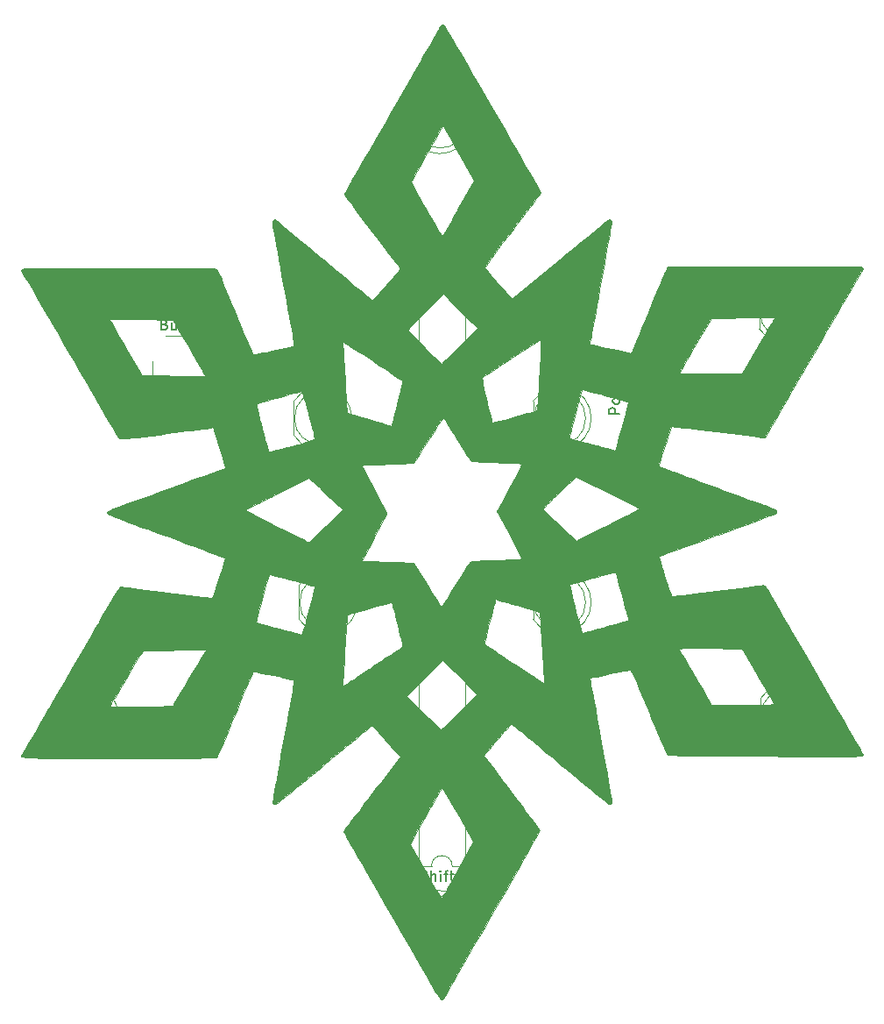
<source format=gbr>
G04 #@! TF.GenerationSoftware,KiCad,Pcbnew,(5.0.0)*
G04 #@! TF.CreationDate,2019-09-07T09:52:17-04:00*
G04 #@! TF.ProjectId,Snowflake,536E6F77666C616B652E6B696361645F,rev?*
G04 #@! TF.SameCoordinates,Original*
G04 #@! TF.FileFunction,Legend,Top*
G04 #@! TF.FilePolarity,Positive*
%FSLAX46Y46*%
G04 Gerber Fmt 4.6, Leading zero omitted, Abs format (unit mm)*
G04 Created by KiCad (PCBNEW (5.0.0)) date 09/07/19 09:52:17*
%MOMM*%
%LPD*%
G01*
G04 APERTURE LIST*
%ADD10C,0.010000*%
%ADD11C,0.120000*%
%ADD12C,0.150000*%
G04 APERTURE END LIST*
D10*
G04 #@! TO.C,G\002A\002A\002A*
G36*
X127172402Y-50880536D02*
X127229794Y-50955063D01*
X127316648Y-51083195D01*
X127435994Y-51270109D01*
X127590860Y-51520984D01*
X127784277Y-51840995D01*
X128019273Y-52235322D01*
X128298880Y-52709140D01*
X128626125Y-53267629D01*
X129004040Y-53915964D01*
X129435652Y-54659324D01*
X129923993Y-55502886D01*
X130472092Y-56451828D01*
X131082977Y-57511326D01*
X131759680Y-58686560D01*
X132505229Y-59982705D01*
X133322654Y-61404939D01*
X133730310Y-62114545D01*
X134084465Y-62730757D01*
X134451640Y-63369006D01*
X134815230Y-64000469D01*
X135158627Y-64596321D01*
X135465224Y-65127740D01*
X135718416Y-65565902D01*
X135800456Y-65707626D01*
X136032077Y-66113066D01*
X136234274Y-66477698D01*
X136395023Y-66778951D01*
X136502300Y-66994258D01*
X136544080Y-67101049D01*
X136544242Y-67103677D01*
X136498708Y-67183826D01*
X136367630Y-67374812D01*
X136159294Y-67665436D01*
X135881990Y-68044497D01*
X135544004Y-68500796D01*
X135153623Y-69023134D01*
X134719135Y-69600310D01*
X134248828Y-70221125D01*
X133849247Y-70745748D01*
X133356788Y-71392776D01*
X132894063Y-72004587D01*
X132469279Y-72570071D01*
X132090642Y-73078117D01*
X131766360Y-73517614D01*
X131504640Y-73877452D01*
X131313688Y-74146518D01*
X131201713Y-74313702D01*
X131174550Y-74366852D01*
X131229940Y-74448319D01*
X131373859Y-74626084D01*
X131591281Y-74882547D01*
X131867180Y-75200104D01*
X132186530Y-75561154D01*
X132349394Y-75743128D01*
X132693793Y-76127198D01*
X133011858Y-76483215D01*
X133286217Y-76791631D01*
X133499497Y-77032896D01*
X133634327Y-77187462D01*
X133663159Y-77221552D01*
X133822379Y-77414795D01*
X138428262Y-73583510D01*
X139158180Y-72977264D01*
X139855690Y-72399714D01*
X140511503Y-71858445D01*
X141116326Y-71361042D01*
X141660871Y-70915090D01*
X142135846Y-70528174D01*
X142531961Y-70207880D01*
X142839924Y-69961791D01*
X143050447Y-69797494D01*
X143154237Y-69722573D01*
X143161995Y-69718792D01*
X143322726Y-69733449D01*
X143406860Y-69873591D01*
X143409661Y-70128565D01*
X143391926Y-70236112D01*
X143362091Y-70393739D01*
X143308984Y-70682286D01*
X143236343Y-71081118D01*
X143147907Y-71569604D01*
X143047414Y-72127112D01*
X142938602Y-72733009D01*
X142862202Y-73159697D01*
X142728356Y-73908097D01*
X142581381Y-74729877D01*
X142429157Y-75580969D01*
X142279567Y-76417305D01*
X142140492Y-77194817D01*
X142019816Y-77869437D01*
X142008657Y-77931818D01*
X141899081Y-78542704D01*
X141789986Y-79147897D01*
X141686679Y-79718179D01*
X141594467Y-80224335D01*
X141518655Y-80637149D01*
X141464859Y-80925779D01*
X141404739Y-81255816D01*
X141360245Y-81524038D01*
X141336445Y-81698239D01*
X141335419Y-81748045D01*
X141414362Y-81771028D01*
X141617028Y-81819627D01*
X141916518Y-81887663D01*
X142285934Y-81968958D01*
X142472165Y-82009152D01*
X142946261Y-82110856D01*
X143441867Y-82217159D01*
X143904080Y-82316288D01*
X144277994Y-82396466D01*
X144318182Y-82405082D01*
X144648900Y-82476883D01*
X144933084Y-82540222D01*
X145129838Y-82585907D01*
X145185645Y-82600087D01*
X145295645Y-82584269D01*
X145394562Y-82451461D01*
X145443175Y-82344013D01*
X145548782Y-82088970D01*
X145699994Y-81725554D01*
X145889780Y-81270531D01*
X146111113Y-80740667D01*
X146356965Y-80152730D01*
X146620307Y-79523485D01*
X146894110Y-78869699D01*
X147171347Y-78208140D01*
X147444988Y-77555573D01*
X147708007Y-76928765D01*
X147953373Y-76344482D01*
X148174060Y-75819492D01*
X148363038Y-75370560D01*
X148513279Y-75014454D01*
X148617755Y-74767940D01*
X148667816Y-74651435D01*
X148842014Y-74257416D01*
X158144795Y-74220353D01*
X159407600Y-74215883D01*
X160611160Y-74212731D01*
X161747172Y-74210871D01*
X162807337Y-74210274D01*
X163783353Y-74210914D01*
X164666918Y-74212763D01*
X165449733Y-74215793D01*
X166123496Y-74219977D01*
X166679907Y-74225289D01*
X167110663Y-74231699D01*
X167407464Y-74239182D01*
X167562010Y-74247709D01*
X167582273Y-74251474D01*
X167682186Y-74359024D01*
X167716881Y-74504572D01*
X167674752Y-74617843D01*
X167645606Y-74634949D01*
X167594186Y-74704700D01*
X167473620Y-74895162D01*
X167291496Y-75193597D01*
X167055399Y-75587262D01*
X166772918Y-76063418D01*
X166451639Y-76609324D01*
X166099148Y-77212239D01*
X165723031Y-77859424D01*
X165636534Y-78008788D01*
X165184920Y-78789105D01*
X164674948Y-79670200D01*
X164125399Y-80619633D01*
X163555049Y-81604962D01*
X162982677Y-82593747D01*
X162427062Y-83553546D01*
X161906983Y-84451918D01*
X161582132Y-85013030D01*
X161162572Y-85737740D01*
X160748221Y-86453497D01*
X160348882Y-87143366D01*
X159974357Y-87790409D01*
X159634449Y-88377692D01*
X159338961Y-88888279D01*
X159097694Y-89305232D01*
X158920451Y-89611617D01*
X158876810Y-89687081D01*
X158666795Y-90042864D01*
X158477859Y-90349154D01*
X158325521Y-90581834D01*
X158225297Y-90716783D01*
X158199270Y-90740198D01*
X158082377Y-90747746D01*
X157861330Y-90733787D01*
X157583951Y-90701343D01*
X157583512Y-90701282D01*
X157018577Y-90623382D01*
X156386131Y-90538771D01*
X155702011Y-90449355D01*
X154982052Y-90357044D01*
X154242093Y-90263742D01*
X153497971Y-90171359D01*
X152765520Y-90081801D01*
X152060580Y-89996974D01*
X151398986Y-89918787D01*
X150796575Y-89849147D01*
X150269185Y-89789961D01*
X149832651Y-89743135D01*
X149502812Y-89710578D01*
X149295503Y-89694197D01*
X149226753Y-89694883D01*
X149190881Y-89777240D01*
X149116492Y-89980626D01*
X149011338Y-90281603D01*
X148883174Y-90656729D01*
X148739753Y-91082566D01*
X148588828Y-91535673D01*
X148438153Y-91992611D01*
X148295481Y-92429941D01*
X148168565Y-92824222D01*
X148065159Y-93152014D01*
X147993016Y-93389879D01*
X147959890Y-93514376D01*
X147959138Y-93527078D01*
X148032523Y-93556119D01*
X148230305Y-93630350D01*
X148532233Y-93742280D01*
X148918058Y-93884420D01*
X149367533Y-94049279D01*
X149667576Y-94158991D01*
X150115239Y-94322732D01*
X150681150Y-94530103D01*
X151339120Y-94771488D01*
X152062960Y-95037268D01*
X152826482Y-95317826D01*
X153603497Y-95603545D01*
X154367815Y-95884808D01*
X154632121Y-95982127D01*
X155335115Y-96240952D01*
X156017651Y-96492128D01*
X156661041Y-96728787D01*
X157246596Y-96944057D01*
X157755628Y-97131072D01*
X158169449Y-97282960D01*
X158469369Y-97392852D01*
X158592088Y-97437672D01*
X158992926Y-97596899D01*
X159252246Y-97733985D01*
X159379514Y-97856820D01*
X159384194Y-97973293D01*
X159325968Y-98049337D01*
X159236888Y-98092156D01*
X159014248Y-98182667D01*
X158669406Y-98316634D01*
X158213718Y-98489824D01*
X157658544Y-98698005D01*
X157015240Y-98936940D01*
X156295165Y-99202398D01*
X155509675Y-99490144D01*
X154670129Y-99795945D01*
X153787885Y-100115566D01*
X153631515Y-100172039D01*
X152745194Y-100492445D01*
X151901056Y-100798484D01*
X151110276Y-101086054D01*
X150384029Y-101351047D01*
X149733487Y-101589360D01*
X149169826Y-101796887D01*
X148704219Y-101969524D01*
X148347841Y-102103166D01*
X148111865Y-102193707D01*
X148007465Y-102237043D01*
X148003435Y-102239592D01*
X148016495Y-102319559D01*
X148070108Y-102522120D01*
X148156852Y-102823599D01*
X148269306Y-103200315D01*
X148400048Y-103628590D01*
X148541657Y-104084747D01*
X148686712Y-104545106D01*
X148827791Y-104985989D01*
X148957473Y-105383719D01*
X149068336Y-105714616D01*
X149152960Y-105955002D01*
X149203922Y-106081198D01*
X149211139Y-106092836D01*
X149290139Y-106088605D01*
X149507997Y-106066148D01*
X149850922Y-106027137D01*
X150305125Y-105973242D01*
X150856816Y-105906137D01*
X151492203Y-105827493D01*
X152197498Y-105738981D01*
X152958910Y-105642273D01*
X153496968Y-105573291D01*
X154296424Y-105470953D01*
X155055425Y-105374828D01*
X155759259Y-105286710D01*
X156393214Y-105208391D01*
X156942579Y-105141665D01*
X157392643Y-105088325D01*
X157728693Y-105050165D01*
X157936018Y-105028978D01*
X157993747Y-105025151D01*
X158186920Y-105054273D01*
X158308914Y-105121363D01*
X158360480Y-105203558D01*
X158482180Y-105407280D01*
X158667138Y-105720762D01*
X158908480Y-106132239D01*
X159199330Y-106629944D01*
X159532813Y-107202111D01*
X159902053Y-107836974D01*
X160300176Y-108522768D01*
X160720306Y-109247725D01*
X160748819Y-109296969D01*
X161632544Y-110823159D01*
X162463865Y-112258462D01*
X163240883Y-113599606D01*
X163961700Y-114843323D01*
X164624417Y-115986341D01*
X165227136Y-117025390D01*
X165767956Y-117957201D01*
X166244981Y-118778502D01*
X166656311Y-119486024D01*
X167000047Y-120076497D01*
X167274291Y-120546649D01*
X167477145Y-120893211D01*
X167606709Y-121112912D01*
X167660470Y-121201578D01*
X167703480Y-121343919D01*
X167642486Y-121455187D01*
X167618002Y-121473941D01*
X167572073Y-121490604D01*
X167496629Y-121505237D01*
X167383601Y-121517906D01*
X167224920Y-121528672D01*
X167012517Y-121537600D01*
X166738322Y-121544754D01*
X166394266Y-121550196D01*
X165972281Y-121553990D01*
X165464297Y-121556200D01*
X164862245Y-121556890D01*
X164158055Y-121556122D01*
X163343659Y-121553960D01*
X162410986Y-121550467D01*
X161351969Y-121545708D01*
X160158538Y-121539746D01*
X158822624Y-121532644D01*
X158218161Y-121529342D01*
X156705567Y-121520588D01*
X155342107Y-121511737D01*
X154122977Y-121502719D01*
X153043371Y-121493464D01*
X152098483Y-121483900D01*
X151283510Y-121473957D01*
X150593645Y-121463564D01*
X150024084Y-121452651D01*
X149570022Y-121441148D01*
X149226653Y-121428983D01*
X148989173Y-121416086D01*
X148852775Y-121402387D01*
X148813551Y-121391188D01*
X148769218Y-121305816D01*
X148671697Y-121091120D01*
X148526529Y-120760075D01*
X148339253Y-120325655D01*
X148115408Y-119800833D01*
X147860534Y-119198582D01*
X147580171Y-118531878D01*
X147279859Y-117813693D01*
X147043248Y-117245180D01*
X146672678Y-116355026D01*
X146355516Y-115598012D01*
X146087452Y-114964566D01*
X145864179Y-114445118D01*
X145681387Y-114030097D01*
X145534767Y-113709932D01*
X145420011Y-113475053D01*
X145332809Y-113315889D01*
X145268852Y-113222868D01*
X145223833Y-113186421D01*
X145215301Y-113185028D01*
X145114431Y-113199779D01*
X144890640Y-113241091D01*
X144568682Y-113303838D01*
X144173309Y-113382897D01*
X143729277Y-113473140D01*
X143261339Y-113569442D01*
X142794249Y-113666678D01*
X142352761Y-113759722D01*
X141961629Y-113843448D01*
X141645606Y-113912731D01*
X141429448Y-113962445D01*
X141337907Y-113987465D01*
X141336870Y-113988106D01*
X141347377Y-114064219D01*
X141383383Y-114280087D01*
X141442812Y-114624015D01*
X141523585Y-115084309D01*
X141623622Y-115649275D01*
X141740847Y-116307217D01*
X141873180Y-117046443D01*
X142018544Y-117855257D01*
X142174860Y-118721965D01*
X142340050Y-119634874D01*
X142357568Y-119731514D01*
X142525073Y-120658624D01*
X142684692Y-121548296D01*
X142834233Y-122387919D01*
X142971500Y-123164882D01*
X143094300Y-123866575D01*
X143200439Y-124480388D01*
X143287722Y-124993711D01*
X143353956Y-125393933D01*
X143396946Y-125668444D01*
X143414499Y-125804634D01*
X143414638Y-125806969D01*
X143416043Y-126025310D01*
X143379398Y-126133425D01*
X143289212Y-126173368D01*
X143279091Y-126174896D01*
X143200754Y-126140300D01*
X143030967Y-126025526D01*
X142766793Y-125828210D01*
X142405291Y-125545987D01*
X142010012Y-125229697D01*
X142778788Y-125229697D01*
X142817273Y-125268182D01*
X142855758Y-125229697D01*
X142817273Y-125191212D01*
X142778788Y-125229697D01*
X142010012Y-125229697D01*
X141943523Y-125176495D01*
X141378550Y-124717369D01*
X140707432Y-124166245D01*
X139927231Y-123520760D01*
X139035008Y-122778549D01*
X138470241Y-122307169D01*
X137739189Y-121696832D01*
X137042267Y-121115915D01*
X136388489Y-120571875D01*
X135786868Y-120072168D01*
X135246417Y-119624251D01*
X134776150Y-119235583D01*
X134385079Y-118913619D01*
X134082218Y-118665817D01*
X133876581Y-118499635D01*
X133777180Y-118422529D01*
X133769361Y-118417879D01*
X133695585Y-118473492D01*
X133540490Y-118627795D01*
X133320431Y-118861979D01*
X133051761Y-119157236D01*
X132750835Y-119494759D01*
X132434009Y-119855739D01*
X132117636Y-120221369D01*
X131818071Y-120572842D01*
X131551670Y-120891348D01*
X131334785Y-121158081D01*
X131183773Y-121354232D01*
X131114987Y-121460993D01*
X131112861Y-121472861D01*
X131165438Y-121551199D01*
X131302942Y-121740664D01*
X131516925Y-122029994D01*
X131798944Y-122407927D01*
X132140553Y-122863201D01*
X132533306Y-123384553D01*
X132968758Y-123960722D01*
X133438463Y-124580446D01*
X133809426Y-125068738D01*
X134298542Y-125713899D01*
X134758536Y-126324503D01*
X135181091Y-126889249D01*
X135557890Y-127396835D01*
X135880616Y-127835961D01*
X136140951Y-128195324D01*
X136330579Y-128463625D01*
X136441182Y-128629562D01*
X136467273Y-128680153D01*
X136443748Y-128739318D01*
X136371898Y-128880793D01*
X136249809Y-129107931D01*
X136075567Y-129424084D01*
X135847260Y-129832607D01*
X135562973Y-130336851D01*
X135220793Y-130940170D01*
X134818807Y-131645917D01*
X134355101Y-132457445D01*
X133827761Y-133378106D01*
X133234875Y-134411255D01*
X132574527Y-135560242D01*
X131844806Y-136828423D01*
X131043797Y-138219149D01*
X130169587Y-139735774D01*
X129220262Y-141381650D01*
X129069518Y-141642917D01*
X128718178Y-142252533D01*
X128385563Y-142831004D01*
X128080755Y-143362438D01*
X127812833Y-143830943D01*
X127590881Y-144220627D01*
X127423979Y-144515597D01*
X127321209Y-144699962D01*
X127299168Y-144740948D01*
X127162376Y-144955194D01*
X127031220Y-145040572D01*
X126890934Y-144992912D01*
X126726751Y-144808045D01*
X126551528Y-144529848D01*
X126444176Y-144344224D01*
X126266744Y-144036773D01*
X126025914Y-143619104D01*
X125728368Y-143102825D01*
X125380789Y-142499545D01*
X124989858Y-141820872D01*
X124562258Y-141078415D01*
X124104670Y-140283781D01*
X123623777Y-139448580D01*
X123126261Y-138584420D01*
X122618804Y-137702910D01*
X122108088Y-136815657D01*
X121600795Y-135934270D01*
X121103608Y-135070359D01*
X120623208Y-134235530D01*
X120166277Y-133441393D01*
X119739498Y-132699556D01*
X119349552Y-132021628D01*
X119003122Y-131419216D01*
X118706890Y-130903930D01*
X118467538Y-130487378D01*
X118291748Y-130181169D01*
X118213322Y-130044332D01*
X118197063Y-130015734D01*
X123977257Y-130015734D01*
X125464822Y-132646804D01*
X125856105Y-133336183D01*
X126179787Y-133899969D01*
X126441856Y-134347777D01*
X126648300Y-134689225D01*
X126805108Y-134933928D01*
X126918268Y-135091504D01*
X126993770Y-135171569D01*
X127037601Y-135183739D01*
X127042245Y-135179846D01*
X127098844Y-135092812D01*
X127221854Y-134886514D01*
X127402590Y-134576067D01*
X127632367Y-134176586D01*
X127902500Y-133703187D01*
X128204304Y-133170985D01*
X128529094Y-132595095D01*
X128607086Y-132456355D01*
X130082070Y-129830892D01*
X128598792Y-127203163D01*
X128270409Y-126624723D01*
X127964044Y-126091426D01*
X127688146Y-125617507D01*
X127451168Y-125217203D01*
X127261560Y-124904750D01*
X127127772Y-124694384D01*
X127058256Y-124600340D01*
X127051580Y-124596746D01*
X126996715Y-124667115D01*
X126878399Y-124852450D01*
X126708292Y-125133343D01*
X126498053Y-125490388D01*
X126259342Y-125904178D01*
X126138267Y-126116907D01*
X125860004Y-126607782D01*
X125577945Y-127105066D01*
X125311101Y-127575261D01*
X125078485Y-127984871D01*
X124899107Y-128300398D01*
X124872600Y-128346969D01*
X124669369Y-128708675D01*
X124465304Y-129079830D01*
X124290802Y-129404810D01*
X124216783Y-129546958D01*
X123977257Y-130015734D01*
X118197063Y-130015734D01*
X117994046Y-129658655D01*
X117804140Y-129319668D01*
X117655864Y-129049664D01*
X117561477Y-128870933D01*
X117532727Y-128806767D01*
X117577294Y-128733540D01*
X117701659Y-128557358D01*
X117891816Y-128297326D01*
X118133763Y-127972549D01*
X118413494Y-127602132D01*
X118475606Y-127520493D01*
X118748813Y-127161854D01*
X119096810Y-126705035D01*
X119501103Y-126174314D01*
X119943199Y-125593968D01*
X120404604Y-124988273D01*
X120866823Y-124381507D01*
X121213622Y-123926255D01*
X123008759Y-121569728D01*
X121790895Y-120216524D01*
X121439972Y-119825830D01*
X121118000Y-119465905D01*
X120841174Y-119154972D01*
X120625691Y-118911254D01*
X120487746Y-118752971D01*
X120449579Y-118707407D01*
X120328869Y-118600335D01*
X120244250Y-118580898D01*
X120173363Y-118633697D01*
X119993505Y-118777448D01*
X119713937Y-119004522D01*
X119343923Y-119307293D01*
X118892726Y-119678132D01*
X118369609Y-120109413D01*
X117783834Y-120593507D01*
X117144664Y-121122787D01*
X116461364Y-121689626D01*
X115743194Y-122286395D01*
X115634432Y-122376857D01*
X114909760Y-122978258D01*
X114216486Y-123550855D01*
X113564096Y-124086983D01*
X112962072Y-124578976D01*
X112419900Y-125019168D01*
X111947062Y-125399893D01*
X111553042Y-125713484D01*
X111247325Y-125952275D01*
X111039395Y-126108601D01*
X110938734Y-126174795D01*
X110933901Y-126176405D01*
X110768710Y-126154833D01*
X110712235Y-126081514D01*
X110707997Y-125962796D01*
X110729853Y-125723941D01*
X110773990Y-125395818D01*
X110794661Y-125268182D01*
X111298182Y-125268182D01*
X111326344Y-125331536D01*
X111349495Y-125319495D01*
X111358707Y-125228150D01*
X111349495Y-125216868D01*
X111303737Y-125227434D01*
X111298182Y-125268182D01*
X110794661Y-125268182D01*
X110836590Y-125009298D01*
X110863158Y-124860451D01*
X110946242Y-124404689D01*
X111052225Y-123820752D01*
X111176903Y-123131998D01*
X111316070Y-122361785D01*
X111465519Y-121533473D01*
X111621047Y-120670421D01*
X111778446Y-119795986D01*
X111933512Y-118933528D01*
X112082039Y-118106406D01*
X112219822Y-117337977D01*
X112342654Y-116651602D01*
X112446331Y-116070638D01*
X112498101Y-115779515D01*
X112507792Y-115723893D01*
X123653147Y-115723893D01*
X125268159Y-117340280D01*
X125678371Y-117748295D01*
X126055448Y-118118493D01*
X126385261Y-118437386D01*
X126653680Y-118691485D01*
X126846576Y-118867303D01*
X126949818Y-118951353D01*
X126961484Y-118956666D01*
X127033303Y-118904134D01*
X127199598Y-118755319D01*
X127446597Y-118523391D01*
X127760532Y-118221522D01*
X128127631Y-117862883D01*
X128534125Y-117460646D01*
X128732036Y-117263116D01*
X130424274Y-115569565D01*
X128769433Y-113914723D01*
X127114592Y-112259882D01*
X125383869Y-113991888D01*
X123653147Y-115723893D01*
X112507792Y-115723893D01*
X112580962Y-115303931D01*
X112651464Y-114882272D01*
X112700105Y-114574866D01*
X117462745Y-114574866D01*
X117480653Y-114682590D01*
X117520700Y-114711268D01*
X117545844Y-114705233D01*
X117633360Y-114654468D01*
X117834268Y-114528452D01*
X118133577Y-114336879D01*
X118516295Y-114089443D01*
X118967433Y-113795837D01*
X119472000Y-113465754D01*
X120015004Y-113108888D01*
X120038177Y-113093623D01*
X120598133Y-112724878D01*
X121133559Y-112372567D01*
X121626946Y-112048188D01*
X122060788Y-111763243D01*
X122417575Y-111529229D01*
X122679802Y-111357647D01*
X122824394Y-111263583D01*
X123036395Y-111109773D01*
X123182717Y-110971066D01*
X123228485Y-110889113D01*
X123210587Y-110770606D01*
X123177851Y-110614806D01*
X131118538Y-110614806D01*
X131174034Y-110676332D01*
X131343872Y-110810810D01*
X131613092Y-111007656D01*
X131966733Y-111256287D01*
X132389835Y-111546122D01*
X132867435Y-111866578D01*
X133183029Y-112075126D01*
X133733044Y-112436851D01*
X134280000Y-112797200D01*
X134800389Y-113140638D01*
X135270706Y-113451635D01*
X135667446Y-113714656D01*
X135967101Y-113914170D01*
X136043939Y-113965614D01*
X136347783Y-114166384D01*
X136606687Y-114331625D01*
X136793288Y-114444270D01*
X136880222Y-114487255D01*
X136880330Y-114487264D01*
X136908139Y-114420503D01*
X136915000Y-114241160D01*
X136901301Y-114011363D01*
X136886575Y-113825112D01*
X136864692Y-113505691D01*
X136836920Y-113073636D01*
X136804526Y-112549487D01*
X136768780Y-111953780D01*
X136730951Y-111307054D01*
X136721823Y-111147098D01*
X149936970Y-111147098D01*
X149974484Y-111222347D01*
X150079670Y-111410725D01*
X150241494Y-111693062D01*
X150448922Y-112050191D01*
X150690918Y-112462942D01*
X150834172Y-112705734D01*
X151148134Y-113237226D01*
X151487895Y-113813312D01*
X151827783Y-114390398D01*
X152142123Y-114924891D01*
X152405241Y-115373198D01*
X152419081Y-115396818D01*
X153106788Y-116570606D01*
X156146475Y-116570606D01*
X156952138Y-116568774D01*
X157644057Y-116563396D01*
X158215132Y-116554645D01*
X158658262Y-116542696D01*
X158966347Y-116527722D01*
X159132287Y-116509898D01*
X159160505Y-116496697D01*
X159116979Y-116416081D01*
X159003746Y-116217579D01*
X158829352Y-115915873D01*
X158602344Y-115525642D01*
X158331267Y-115061569D01*
X158024667Y-114538334D01*
X157691089Y-113970618D01*
X157598263Y-113812898D01*
X156061678Y-111203009D01*
X155443112Y-111154844D01*
X155215401Y-111142733D01*
X154879051Y-111132339D01*
X154454886Y-111123691D01*
X153963730Y-111116820D01*
X153426407Y-111111754D01*
X152863742Y-111108523D01*
X152296558Y-111107156D01*
X151745679Y-111107682D01*
X151231929Y-111110130D01*
X150776133Y-111114531D01*
X150399114Y-111120912D01*
X150121696Y-111129305D01*
X149964704Y-111139736D01*
X149936970Y-111147098D01*
X136721823Y-111147098D01*
X136692305Y-110629846D01*
X136690932Y-110605454D01*
X136652841Y-109949554D01*
X136615333Y-109342404D01*
X136579631Y-108801063D01*
X136546959Y-108342589D01*
X136518541Y-107984040D01*
X136495602Y-107742474D01*
X136479364Y-107634949D01*
X136477537Y-107631389D01*
X136386421Y-107589919D01*
X136182513Y-107519558D01*
X135901460Y-107432208D01*
X135736061Y-107383850D01*
X135283700Y-107254049D01*
X134794142Y-107113071D01*
X134290429Y-106967607D01*
X133795601Y-106824344D01*
X133332699Y-106689971D01*
X132924766Y-106571178D01*
X132594841Y-106474653D01*
X132365966Y-106407084D01*
X132261183Y-106375161D01*
X132260049Y-106374773D01*
X132211884Y-106438472D01*
X132133710Y-106651357D01*
X132026022Y-107011729D01*
X131889316Y-107517888D01*
X131724090Y-108168134D01*
X131657981Y-108436111D01*
X131523678Y-108983406D01*
X131400612Y-109483413D01*
X131293729Y-109916154D01*
X131207976Y-110261653D01*
X131148299Y-110499931D01*
X131119645Y-110611012D01*
X131118538Y-110614806D01*
X123177851Y-110614806D01*
X123160744Y-110533392D01*
X123084732Y-110200404D01*
X122988329Y-109794573D01*
X122877312Y-109338833D01*
X122757456Y-108856115D01*
X122634540Y-108369353D01*
X122514339Y-107901479D01*
X122402630Y-107475426D01*
X122305191Y-107114126D01*
X122227797Y-106840512D01*
X122176226Y-106677517D01*
X122158503Y-106641515D01*
X122071437Y-106662153D01*
X121858809Y-106719908D01*
X121542766Y-106808546D01*
X121145454Y-106921828D01*
X120689021Y-107053520D01*
X120491404Y-107110959D01*
X119983000Y-107258847D01*
X119492739Y-107401100D01*
X119051178Y-107528878D01*
X118688875Y-107633342D01*
X118436386Y-107705654D01*
X118395187Y-107717337D01*
X118143738Y-107791394D01*
X117959284Y-107851345D01*
X117884189Y-107882893D01*
X117873562Y-107963669D01*
X117855217Y-108180503D01*
X117830376Y-108515774D01*
X117800260Y-108951862D01*
X117766090Y-109471145D01*
X117729087Y-110056002D01*
X117695481Y-110605454D01*
X117655222Y-111271510D01*
X117615681Y-111920999D01*
X117578351Y-112529749D01*
X117544724Y-113073585D01*
X117516292Y-113528333D01*
X117494549Y-113869819D01*
X117484450Y-114023459D01*
X117464752Y-114363390D01*
X117462745Y-114574866D01*
X112700105Y-114574866D01*
X112706088Y-114537059D01*
X112741312Y-114290810D01*
X112753615Y-114166044D01*
X112752041Y-114155365D01*
X112671676Y-114133548D01*
X112460809Y-114084955D01*
X112139679Y-114014009D01*
X111728528Y-113925134D01*
X111247599Y-113822750D01*
X110771119Y-113722562D01*
X110146332Y-113593819D01*
X109657385Y-113497769D01*
X109290183Y-113432230D01*
X109030629Y-113395017D01*
X108864628Y-113383948D01*
X108778083Y-113396841D01*
X108760462Y-113411159D01*
X108720476Y-113498316D01*
X108626800Y-113714505D01*
X108484952Y-114046663D01*
X108300453Y-114481725D01*
X108078821Y-115006627D01*
X107825576Y-115608304D01*
X107546237Y-116273692D01*
X107246322Y-116989727D01*
X107024035Y-117521416D01*
X106712573Y-118265561D01*
X106417302Y-118968306D01*
X106143788Y-119616584D01*
X105897601Y-120197325D01*
X105684307Y-120697462D01*
X105509474Y-121103925D01*
X105378672Y-121403645D01*
X105297466Y-121583554D01*
X105272994Y-121631363D01*
X105232444Y-121646298D01*
X105130494Y-121659712D01*
X104960295Y-121671674D01*
X104714999Y-121682255D01*
X104387756Y-121691524D01*
X103971716Y-121699552D01*
X103460031Y-121706409D01*
X102845851Y-121712165D01*
X102122328Y-121716890D01*
X101282611Y-121720654D01*
X100319852Y-121723526D01*
X99227201Y-121725578D01*
X97997810Y-121726879D01*
X96624829Y-121727499D01*
X95865758Y-121727576D01*
X94442645Y-121727774D01*
X93165838Y-121728090D01*
X92027704Y-121728102D01*
X91020611Y-121727390D01*
X90136927Y-121725533D01*
X89369018Y-121722110D01*
X88709253Y-121716700D01*
X88149999Y-121708882D01*
X87683622Y-121698237D01*
X87302492Y-121684342D01*
X86998974Y-121666778D01*
X86765438Y-121645123D01*
X86594249Y-121618957D01*
X86477776Y-121587859D01*
X86408386Y-121551408D01*
X86378446Y-121509184D01*
X86380325Y-121460766D01*
X86406389Y-121405732D01*
X86449006Y-121343663D01*
X86500544Y-121274137D01*
X86542577Y-121213616D01*
X86616209Y-121093397D01*
X86759211Y-120852924D01*
X86963962Y-120505246D01*
X87222839Y-120063410D01*
X87528218Y-119540466D01*
X87872477Y-118949460D01*
X88247993Y-118303440D01*
X88647144Y-117615456D01*
X88940288Y-117109394D01*
X89163061Y-116724545D01*
X94885932Y-116724545D01*
X97925663Y-116724545D01*
X98733492Y-116723433D01*
X99398891Y-116719861D01*
X99933352Y-116713473D01*
X100348370Y-116703915D01*
X100655437Y-116690832D01*
X100866049Y-116673870D01*
X100991698Y-116652673D01*
X101042803Y-116628333D01*
X101093470Y-116548313D01*
X101212547Y-116352043D01*
X101390315Y-116055911D01*
X101617051Y-115676305D01*
X101883036Y-115229612D01*
X102178548Y-114732220D01*
X102493867Y-114200518D01*
X102819271Y-113650893D01*
X103145041Y-113099732D01*
X103461455Y-112563425D01*
X103758792Y-112058358D01*
X104027331Y-111600920D01*
X104200577Y-111304801D01*
X104136608Y-111288094D01*
X103929800Y-111276137D01*
X103591183Y-111269005D01*
X103131785Y-111266776D01*
X102562637Y-111269524D01*
X101894767Y-111277328D01*
X101400678Y-111285367D01*
X100744172Y-111297023D01*
X100128081Y-111307750D01*
X99571344Y-111317235D01*
X99092904Y-111325165D01*
X98711701Y-111331224D01*
X98446675Y-111335099D01*
X98317206Y-111336475D01*
X98253030Y-111340225D01*
X98191196Y-111359655D01*
X98123190Y-111407200D01*
X98040497Y-111495291D01*
X97934603Y-111636364D01*
X97796993Y-111842850D01*
X97619152Y-112127184D01*
X97392566Y-112501799D01*
X97108720Y-112979127D01*
X96759099Y-113571603D01*
X96590800Y-113857424D01*
X96253685Y-114429715D01*
X95937621Y-114965556D01*
X95651938Y-115449183D01*
X95405965Y-115864836D01*
X95209029Y-116196752D01*
X95070459Y-116429169D01*
X94999585Y-116546324D01*
X94996408Y-116551363D01*
X94885932Y-116724545D01*
X89163061Y-116724545D01*
X89797390Y-115628720D01*
X90580684Y-114275509D01*
X91293567Y-113044040D01*
X91939435Y-111928595D01*
X92521682Y-110923456D01*
X93043706Y-110022905D01*
X93508902Y-109221222D01*
X93878376Y-108585459D01*
X109078212Y-108585459D01*
X109086099Y-108611453D01*
X109168873Y-108642071D01*
X109379091Y-108706002D01*
X109695389Y-108797149D01*
X110096404Y-108909414D01*
X110560769Y-109036700D01*
X110847288Y-109114086D01*
X111363884Y-109252961D01*
X111853378Y-109384708D01*
X112288447Y-109501960D01*
X112641770Y-109597352D01*
X112886023Y-109663518D01*
X112953030Y-109681783D01*
X113196689Y-109743513D01*
X113390140Y-109783789D01*
X113453333Y-109791849D01*
X113497581Y-109755839D01*
X113556682Y-109637130D01*
X113634213Y-109424353D01*
X113733753Y-109106139D01*
X113858880Y-108671119D01*
X114013171Y-108107925D01*
X114178348Y-107488039D01*
X114327392Y-106916666D01*
X114460283Y-106393795D01*
X114572639Y-105937758D01*
X114660077Y-105566889D01*
X114718212Y-105299522D01*
X114742662Y-105153991D01*
X114741375Y-105132991D01*
X114653898Y-105098426D01*
X114440444Y-105032453D01*
X114123973Y-104941142D01*
X113727443Y-104830569D01*
X113273815Y-104706804D01*
X112786047Y-104575922D01*
X112287100Y-104443996D01*
X111799932Y-104317098D01*
X111347503Y-104201301D01*
X110952772Y-104102679D01*
X110638699Y-104027304D01*
X110428243Y-103981249D01*
X110345242Y-103970172D01*
X110302910Y-104049064D01*
X110228546Y-104255275D01*
X110128938Y-104567158D01*
X110010874Y-104963068D01*
X109881141Y-105421358D01*
X109819666Y-105646226D01*
X109616950Y-106397760D01*
X109452042Y-107013790D01*
X109321759Y-107507193D01*
X109222915Y-107890844D01*
X109152323Y-108177620D01*
X109106799Y-108380396D01*
X109083157Y-108512051D01*
X109078212Y-108585459D01*
X93878376Y-108585459D01*
X93920667Y-108512689D01*
X94282395Y-107891587D01*
X94597484Y-107352199D01*
X94869329Y-106888804D01*
X95101325Y-106495685D01*
X95296870Y-106167123D01*
X95459359Y-105897399D01*
X95592188Y-105680795D01*
X95698752Y-105511593D01*
X95782449Y-105384072D01*
X95846673Y-105292516D01*
X95894821Y-105231206D01*
X95930289Y-105194422D01*
X95956473Y-105176446D01*
X95976768Y-105171560D01*
X95994571Y-105174045D01*
X96013277Y-105178183D01*
X96025040Y-105179091D01*
X96133145Y-105188718D01*
X96379361Y-105216400D01*
X96749145Y-105260341D01*
X97227954Y-105318741D01*
X97801244Y-105389805D01*
X98454473Y-105471734D01*
X99173097Y-105562730D01*
X99942574Y-105660996D01*
X100414509Y-105721653D01*
X101205856Y-105822864D01*
X101953930Y-105917115D01*
X102644337Y-106002689D01*
X103262685Y-106077869D01*
X103794579Y-106140939D01*
X104225626Y-106190183D01*
X104541434Y-106223883D01*
X104727609Y-106240324D01*
X104771049Y-106241198D01*
X104825736Y-106207492D01*
X104890845Y-106112787D01*
X104972377Y-105942212D01*
X105076330Y-105680896D01*
X105208702Y-105313968D01*
X105375494Y-104826556D01*
X105536390Y-104343967D01*
X105701773Y-103834397D01*
X105845479Y-103372541D01*
X105961751Y-102978513D01*
X106044832Y-102672427D01*
X106047750Y-102659333D01*
X119303030Y-102659333D01*
X119376456Y-102671242D01*
X119582643Y-102685771D01*
X119900454Y-102701924D01*
X120308753Y-102718707D01*
X120786405Y-102735125D01*
X121131061Y-102745326D01*
X121693463Y-102762164D01*
X122247292Y-102780966D01*
X122759725Y-102800455D01*
X123197939Y-102819349D01*
X123529110Y-102836369D01*
X123629895Y-102842755D01*
X124300699Y-102889436D01*
X125617841Y-104996385D01*
X125938261Y-105506385D01*
X126233696Y-105971723D01*
X126494120Y-106376991D01*
X126709507Y-106706780D01*
X126869834Y-106945680D01*
X126965074Y-107078283D01*
X126986734Y-107100418D01*
X127038474Y-107036712D01*
X127160642Y-106857567D01*
X127343105Y-106578719D01*
X127575731Y-106215905D01*
X127848387Y-105784864D01*
X128150940Y-105301330D01*
X128308485Y-105047664D01*
X128313859Y-105039013D01*
X139386680Y-105039013D01*
X139424382Y-105277245D01*
X139507698Y-105660042D01*
X139636374Y-106186252D01*
X139810153Y-106854725D01*
X139857330Y-107031668D01*
X140004837Y-107582908D01*
X140142809Y-108099015D01*
X140265162Y-108557191D01*
X140365813Y-108934639D01*
X140438676Y-109208561D01*
X140477288Y-109354697D01*
X140534332Y-109538443D01*
X140582851Y-109637668D01*
X140592115Y-109643333D01*
X140673728Y-109624189D01*
X140885091Y-109570072D01*
X141207286Y-109485953D01*
X141621397Y-109376802D01*
X142108506Y-109247592D01*
X142649696Y-109103292D01*
X142791066Y-109065485D01*
X143345150Y-108916354D01*
X143851704Y-108778368D01*
X144291382Y-108656926D01*
X144644843Y-108557429D01*
X144892743Y-108485278D01*
X145015737Y-108445874D01*
X145024437Y-108441942D01*
X145065502Y-108341933D01*
X145052610Y-108276988D01*
X145021564Y-108174243D01*
X144956375Y-107942643D01*
X144862490Y-107602096D01*
X144745359Y-107172508D01*
X144610429Y-106673787D01*
X144463149Y-106125838D01*
X144431029Y-106005887D01*
X144282563Y-105453683D01*
X144145745Y-104949790D01*
X144025898Y-104513421D01*
X143928348Y-104163790D01*
X143858417Y-103920111D01*
X143821430Y-103801596D01*
X143818147Y-103794071D01*
X143732349Y-103785933D01*
X143537050Y-103817284D01*
X143269638Y-103881559D01*
X143183723Y-103905482D01*
X142920869Y-103979076D01*
X142543604Y-104082247D01*
X142086462Y-104205674D01*
X141583976Y-104340038D01*
X141070680Y-104476018D01*
X141031687Y-104486292D01*
X140562167Y-104611284D01*
X140141590Y-104725797D01*
X139793359Y-104823251D01*
X139540876Y-104897066D01*
X139407544Y-104940662D01*
X139394848Y-104946497D01*
X139386680Y-105039013D01*
X128313859Y-105039013D01*
X128626915Y-104535148D01*
X128924325Y-104059209D01*
X129189733Y-103637205D01*
X129412161Y-103286495D01*
X129580629Y-103024438D01*
X129684156Y-102868391D01*
X129706375Y-102837700D01*
X129748504Y-102792910D01*
X129806943Y-102756465D01*
X129898341Y-102726796D01*
X130039347Y-102702336D01*
X130246610Y-102681516D01*
X130536778Y-102662768D01*
X130926501Y-102644523D01*
X131432427Y-102625214D01*
X132071205Y-102603272D01*
X132262928Y-102596881D01*
X132859396Y-102575626D01*
X133405785Y-102553400D01*
X133883271Y-102531186D01*
X134273026Y-102509966D01*
X134556225Y-102490723D01*
X134714041Y-102474440D01*
X134740228Y-102467549D01*
X134717093Y-102390480D01*
X134629141Y-102193906D01*
X134484396Y-101893941D01*
X134290876Y-101506697D01*
X134056605Y-101048287D01*
X133789601Y-100534825D01*
X133582207Y-100141246D01*
X132375548Y-97863579D01*
X132498882Y-97633735D01*
X136792221Y-97633735D01*
X136854411Y-97704594D01*
X137010687Y-97862974D01*
X137243881Y-98092548D01*
X137536830Y-98376991D01*
X137872368Y-98699977D01*
X138233331Y-99045180D01*
X138602553Y-99396275D01*
X138962870Y-99736935D01*
X139297116Y-100050834D01*
X139588126Y-100321648D01*
X139818736Y-100533050D01*
X139971780Y-100668714D01*
X140029348Y-100712600D01*
X140109808Y-100679749D01*
X140311600Y-100585354D01*
X140618650Y-100437273D01*
X141014885Y-100243367D01*
X141484229Y-100011495D01*
X142010610Y-99749516D01*
X142492378Y-99508278D01*
X143087788Y-99208700D01*
X143668260Y-98915474D01*
X144212094Y-98639645D01*
X144697591Y-98392262D01*
X145103051Y-98184372D01*
X145406774Y-98027022D01*
X145540445Y-97956499D01*
X146185435Y-97611290D01*
X143154384Y-96088156D01*
X142519392Y-95770137D01*
X141924875Y-95474451D01*
X141385314Y-95208149D01*
X140915192Y-94978286D01*
X140528991Y-94791914D01*
X140241192Y-94656086D01*
X140066278Y-94577856D01*
X140018988Y-94561147D01*
X139941349Y-94610966D01*
X139772633Y-94751538D01*
X139529928Y-94966593D01*
X139230319Y-95239859D01*
X138890894Y-95555068D01*
X138528739Y-95895948D01*
X138160941Y-96246230D01*
X137804586Y-96589643D01*
X137476762Y-96909917D01*
X137194554Y-97190783D01*
X136975050Y-97415968D01*
X136835335Y-97569205D01*
X136792221Y-97633735D01*
X132498882Y-97633735D01*
X133025144Y-96653002D01*
X133482039Y-95799074D01*
X133865955Y-95076111D01*
X134178726Y-94480540D01*
X134422185Y-94008787D01*
X134598167Y-93657279D01*
X134708503Y-93422443D01*
X134755029Y-93300706D01*
X134755242Y-93281403D01*
X134672327Y-93270030D01*
X134454445Y-93254787D01*
X134120494Y-93236594D01*
X133689372Y-93216370D01*
X133179976Y-93195034D01*
X132611205Y-93173504D01*
X132341441Y-93164015D01*
X131749579Y-93143028D01*
X131206300Y-93122511D01*
X130730970Y-93103292D01*
X130342958Y-93086203D01*
X130061630Y-93072073D01*
X129906353Y-93061734D01*
X129883041Y-93058624D01*
X129823696Y-92989691D01*
X129694164Y-92805895D01*
X129505059Y-92523401D01*
X129266994Y-92158378D01*
X128990582Y-91726991D01*
X128686437Y-91245406D01*
X128560699Y-91044433D01*
X128390258Y-90771754D01*
X139373400Y-90771754D01*
X139374227Y-90793778D01*
X139460623Y-90826268D01*
X139676365Y-90892263D01*
X140001890Y-90986221D01*
X140417638Y-91102603D01*
X140904048Y-91235868D01*
X141441559Y-91380474D01*
X141507666Y-91398087D01*
X142048401Y-91542840D01*
X142539059Y-91675795D01*
X142960373Y-91791602D01*
X143293077Y-91884910D01*
X143517905Y-91950369D01*
X143615589Y-91982630D01*
X143617919Y-91984080D01*
X143685125Y-92015678D01*
X143754892Y-91965006D01*
X143833474Y-91817891D01*
X143927123Y-91560161D01*
X144042095Y-91177646D01*
X144155168Y-90766515D01*
X144297768Y-90236435D01*
X144455873Y-89650914D01*
X144612666Y-89072105D01*
X144751329Y-88562163D01*
X144785163Y-88438182D01*
X144886033Y-88052859D01*
X144964506Y-87721378D01*
X145014690Y-87471329D01*
X145030694Y-87330300D01*
X145025981Y-87310370D01*
X144938946Y-87276960D01*
X144724966Y-87211307D01*
X144406134Y-87119698D01*
X144004547Y-87008420D01*
X143542297Y-86883760D01*
X143317576Y-86824234D01*
X142797892Y-86686630D01*
X142293922Y-86551883D01*
X141836795Y-86428414D01*
X141457642Y-86324645D01*
X141187592Y-86248998D01*
X141135809Y-86234014D01*
X140872705Y-86162719D01*
X140673012Y-86119402D01*
X140576728Y-86112612D01*
X140574523Y-86114062D01*
X140538959Y-86202717D01*
X140473282Y-86416786D01*
X140383122Y-86734323D01*
X140274107Y-87133378D01*
X140151867Y-87592003D01*
X140022033Y-88088250D01*
X139890232Y-88600172D01*
X139762095Y-89105819D01*
X139643252Y-89583244D01*
X139539331Y-90010498D01*
X139455963Y-90365633D01*
X139398776Y-90626701D01*
X139373400Y-90771754D01*
X128390258Y-90771754D01*
X128246280Y-90541413D01*
X127954442Y-90076161D01*
X127696134Y-89666006D01*
X127482309Y-89328278D01*
X127323916Y-89080305D01*
X127231906Y-88939418D01*
X127217052Y-88918131D01*
X127181797Y-88891652D01*
X127132821Y-88903902D01*
X127061443Y-88966939D01*
X126958986Y-89092823D01*
X126816768Y-89293613D01*
X126626113Y-89581371D01*
X126378339Y-89968155D01*
X126064769Y-90466025D01*
X125810871Y-90872034D01*
X125487904Y-91387790D01*
X125186563Y-91866004D01*
X124917642Y-92289783D01*
X124691932Y-92642231D01*
X124520225Y-92906455D01*
X124413314Y-93065559D01*
X124386932Y-93101117D01*
X124341424Y-93140383D01*
X124267821Y-93173012D01*
X124149870Y-93200438D01*
X123971318Y-93224092D01*
X123715912Y-93245405D01*
X123367401Y-93265810D01*
X122909532Y-93286739D01*
X122326052Y-93309624D01*
X121804546Y-93328634D01*
X121205187Y-93350761D01*
X120657027Y-93372299D01*
X120178505Y-93392421D01*
X119788059Y-93410300D01*
X119504125Y-93425109D01*
X119345144Y-93436022D01*
X119317517Y-93440166D01*
X119346531Y-93511139D01*
X119439923Y-93701863D01*
X119589454Y-93996353D01*
X119786886Y-94378623D01*
X120023979Y-94832689D01*
X120292496Y-95342566D01*
X120491304Y-95717655D01*
X120778037Y-96259417D01*
X121040155Y-96758837D01*
X121269192Y-97199451D01*
X121456677Y-97564798D01*
X121594141Y-97838414D01*
X121673116Y-98003838D01*
X121689091Y-98045983D01*
X121654261Y-98129511D01*
X121555407Y-98332360D01*
X121400985Y-98638042D01*
X121199453Y-99030070D01*
X120959266Y-99491956D01*
X120688879Y-100007212D01*
X120496061Y-100372148D01*
X120210656Y-100911898D01*
X119949728Y-101407333D01*
X119721693Y-101842315D01*
X119534971Y-102200707D01*
X119397979Y-102466368D01*
X119319135Y-102623162D01*
X119303030Y-102659333D01*
X106047750Y-102659333D01*
X106088966Y-102474395D01*
X106091180Y-102405636D01*
X106005108Y-102363996D01*
X105792521Y-102276621D01*
X105471532Y-102150503D01*
X105060255Y-101992634D01*
X104576802Y-101810004D01*
X104039288Y-101609605D01*
X103793636Y-101518824D01*
X103109493Y-101266664D01*
X102327092Y-100978283D01*
X101492615Y-100670702D01*
X100652244Y-100360944D01*
X99852158Y-100066029D01*
X99175455Y-99816589D01*
X98547839Y-99585380D01*
X97918679Y-99353857D01*
X97315140Y-99131998D01*
X96764390Y-98929784D01*
X96293596Y-98757191D01*
X95929926Y-98624200D01*
X95827273Y-98586779D01*
X95461432Y-98449381D01*
X95143842Y-98322245D01*
X94905015Y-98218148D01*
X94775466Y-98149870D01*
X94766111Y-98142374D01*
X94704280Y-98059291D01*
X94708075Y-97976531D01*
X94790622Y-97886428D01*
X94965048Y-97781320D01*
X95014269Y-97758812D01*
X107999303Y-97758812D01*
X108060442Y-97795775D01*
X108242594Y-97893039D01*
X108529036Y-98042161D01*
X108903045Y-98234697D01*
X109347898Y-98462204D01*
X109846870Y-98716240D01*
X110383237Y-98988360D01*
X110940277Y-99270122D01*
X111501266Y-99553082D01*
X112049480Y-99828797D01*
X112568196Y-100088824D01*
X113040689Y-100324720D01*
X113450237Y-100528042D01*
X113780116Y-100690346D01*
X114013603Y-100803189D01*
X114133973Y-100858128D01*
X114146061Y-100862114D01*
X114208988Y-100811082D01*
X114368107Y-100665963D01*
X114609330Y-100440068D01*
X114918564Y-100146713D01*
X115281720Y-99799209D01*
X115684708Y-99410871D01*
X115796869Y-99302340D01*
X117409193Y-97740858D01*
X116335657Y-96705158D01*
X115955343Y-96338695D01*
X115569690Y-95967874D01*
X115209072Y-95621847D01*
X114903865Y-95329765D01*
X114716306Y-95151015D01*
X114170490Y-94632571D01*
X111098730Y-96184501D01*
X110462637Y-96506053D01*
X109869831Y-96806075D01*
X109334238Y-97077492D01*
X108869784Y-97313231D01*
X108490394Y-97506220D01*
X108209994Y-97649384D01*
X108042509Y-97735651D01*
X107999303Y-97758812D01*
X95014269Y-97758812D01*
X95244479Y-97653542D01*
X95642040Y-97495431D01*
X96170857Y-97299323D01*
X96274227Y-97261845D01*
X96640189Y-97129546D01*
X97131082Y-96952190D01*
X97727031Y-96736952D01*
X98408161Y-96491007D01*
X99154596Y-96221532D01*
X99946460Y-95935702D01*
X100763878Y-95640693D01*
X101586975Y-95343680D01*
X101933337Y-95218711D01*
X102694439Y-94943706D01*
X103411620Y-94683783D01*
X104071903Y-94443699D01*
X104662311Y-94228210D01*
X105169870Y-94042072D01*
X105581602Y-93890040D01*
X105884532Y-93776871D01*
X106065683Y-93707320D01*
X106114088Y-93686417D01*
X106101332Y-93606215D01*
X106046255Y-93399305D01*
X105954680Y-93085196D01*
X105832431Y-92683398D01*
X105685331Y-92213421D01*
X105524850Y-91712224D01*
X104898199Y-89775445D01*
X104692281Y-89817374D01*
X104546899Y-89841114D01*
X104280191Y-89879243D01*
X103923630Y-89927463D01*
X103508692Y-89981477D01*
X103254849Y-90013620D01*
X102892144Y-90059263D01*
X102402995Y-90121108D01*
X101813652Y-90195821D01*
X101150365Y-90280067D01*
X100439383Y-90370513D01*
X99706957Y-90463824D01*
X98987035Y-90555684D01*
X98225376Y-90652647D01*
X97601812Y-90730897D01*
X97101785Y-90791592D01*
X96710737Y-90835887D01*
X96414111Y-90864936D01*
X96197349Y-90879896D01*
X96045893Y-90881923D01*
X95945187Y-90872171D01*
X95880671Y-90851796D01*
X95837790Y-90821955D01*
X95822720Y-90806866D01*
X95768337Y-90723728D01*
X95641949Y-90515638D01*
X95448461Y-90190992D01*
X95192779Y-89758186D01*
X94879809Y-89225617D01*
X94514457Y-88601682D01*
X94101629Y-87894777D01*
X93863258Y-87485724D01*
X109111553Y-87485724D01*
X109117676Y-87567600D01*
X109158052Y-87776081D01*
X109227119Y-88089070D01*
X109319313Y-88484469D01*
X109429073Y-88940183D01*
X109550835Y-89434113D01*
X109679037Y-89944165D01*
X109808116Y-90448240D01*
X109932508Y-90924242D01*
X110046653Y-91350074D01*
X110144986Y-91703640D01*
X110221944Y-91962843D01*
X110271967Y-92105586D01*
X110277356Y-92116616D01*
X110368224Y-92150683D01*
X110438750Y-92140278D01*
X110544302Y-92111471D01*
X110778348Y-92048697D01*
X111120564Y-91957368D01*
X111550627Y-91842901D01*
X112048215Y-91710709D01*
X112593005Y-91566208D01*
X112664394Y-91547289D01*
X113206348Y-91400840D01*
X113696404Y-91262966D01*
X114115727Y-91139405D01*
X114445483Y-91035897D01*
X114666836Y-90958181D01*
X114760952Y-90911995D01*
X114762945Y-90907869D01*
X114744182Y-90808893D01*
X114691066Y-90585703D01*
X114609548Y-90260622D01*
X114505578Y-89855977D01*
X114385106Y-89394090D01*
X114254083Y-88897288D01*
X114118460Y-88387894D01*
X113984185Y-87888232D01*
X113857211Y-87420628D01*
X113743487Y-87007405D01*
X113648963Y-86670889D01*
X113579590Y-86433404D01*
X113541318Y-86317273D01*
X113537415Y-86309932D01*
X113448950Y-86308552D01*
X113245954Y-86344298D01*
X112961479Y-86410517D01*
X112722121Y-86474062D01*
X112384416Y-86567039D01*
X111941642Y-86687484D01*
X111437569Y-86823570D01*
X110915967Y-86963466D01*
X110566970Y-87056498D01*
X110125172Y-87176109D01*
X109733974Y-87286162D01*
X109418093Y-87379369D01*
X109202249Y-87448439D01*
X109111553Y-87485724D01*
X93863258Y-87485724D01*
X93646230Y-87113299D01*
X93153167Y-86265644D01*
X92627344Y-85360209D01*
X92073668Y-84405390D01*
X91497046Y-83409585D01*
X91133419Y-82780909D01*
X90545282Y-81764212D01*
X89977254Y-80783387D01*
X89434225Y-79846823D01*
X89142673Y-79344603D01*
X94927619Y-79344603D01*
X94959159Y-79414830D01*
X95061148Y-79603345D01*
X95225504Y-79896031D01*
X95444146Y-80278777D01*
X95708989Y-80737466D01*
X96011953Y-81257984D01*
X96344955Y-81826218D01*
X96481631Y-82058407D01*
X98064218Y-84743636D01*
X100428624Y-84782121D01*
X101052901Y-84792700D01*
X101658982Y-84803744D01*
X102220985Y-84814726D01*
X102713033Y-84825114D01*
X103109246Y-84834380D01*
X103383745Y-84841993D01*
X103429403Y-84843542D01*
X103731505Y-84849290D01*
X103974548Y-84844378D01*
X104117420Y-84829953D01*
X104134694Y-84823885D01*
X104113575Y-84749986D01*
X104021822Y-84559934D01*
X103868104Y-84269522D01*
X103661087Y-83894538D01*
X103409439Y-83450773D01*
X103121828Y-82954017D01*
X102918000Y-82607312D01*
X102592485Y-82056573D01*
X102278597Y-81524962D01*
X101988520Y-81033155D01*
X101734439Y-80601829D01*
X101528538Y-80251658D01*
X101383000Y-80003320D01*
X101338029Y-79926135D01*
X101043673Y-79418936D01*
X97999934Y-79367482D01*
X97331102Y-79356885D01*
X96711683Y-79348439D01*
X96158267Y-79342268D01*
X95687441Y-79338495D01*
X95315794Y-79337243D01*
X95059912Y-79338637D01*
X94936386Y-79342799D01*
X94927619Y-79344603D01*
X89142673Y-79344603D01*
X88921090Y-78962912D01*
X88442740Y-78140043D01*
X88004068Y-77386607D01*
X87609966Y-76710995D01*
X87265326Y-76121597D01*
X86975042Y-75626804D01*
X86744005Y-75235005D01*
X86577108Y-74954592D01*
X86479244Y-74793955D01*
X86455444Y-74758262D01*
X86380878Y-74631894D01*
X86428227Y-74517373D01*
X86435772Y-74508110D01*
X86463297Y-74490498D01*
X86520345Y-74474719D01*
X86614837Y-74460675D01*
X86754691Y-74448267D01*
X86947830Y-74437398D01*
X87202173Y-74427969D01*
X87525641Y-74419882D01*
X87926155Y-74413039D01*
X88411634Y-74407341D01*
X88989999Y-74402691D01*
X89669171Y-74398991D01*
X90457071Y-74396141D01*
X91361618Y-74394045D01*
X92390733Y-74392603D01*
X93552337Y-74391718D01*
X94854350Y-74391291D01*
X95865758Y-74391212D01*
X97315121Y-74391512D01*
X98617396Y-74392458D01*
X99779430Y-74394122D01*
X100808074Y-74396571D01*
X101710176Y-74399878D01*
X102492586Y-74404111D01*
X103162153Y-74409341D01*
X103725725Y-74415637D01*
X104190153Y-74423070D01*
X104562284Y-74431710D01*
X104848970Y-74441626D01*
X105057058Y-74452889D01*
X105193398Y-74465569D01*
X105264838Y-74479736D01*
X105278383Y-74487424D01*
X105336709Y-74592169D01*
X105438888Y-74809289D01*
X105571176Y-75108403D01*
X105719828Y-75459130D01*
X105739779Y-75507272D01*
X105953346Y-76022866D01*
X106192966Y-76599376D01*
X106452264Y-77221627D01*
X106724862Y-77874446D01*
X107004385Y-78542656D01*
X107284457Y-79211082D01*
X107558702Y-79864550D01*
X107820744Y-80487884D01*
X108064208Y-81065910D01*
X108282717Y-81583452D01*
X108469895Y-82025335D01*
X108619367Y-82376385D01*
X108724756Y-82621426D01*
X108779687Y-82745283D01*
X108785989Y-82757403D01*
X108867441Y-82752205D01*
X109073889Y-82718738D01*
X109379954Y-82661678D01*
X109760259Y-82585699D01*
X110076417Y-82519649D01*
X110556644Y-82417656D01*
X111039930Y-82315196D01*
X111482152Y-82221611D01*
X111839185Y-82146244D01*
X111967718Y-82119204D01*
X112270013Y-82051418D01*
X112518361Y-81987812D01*
X112670598Y-81939440D01*
X112691376Y-81929459D01*
X112722746Y-81867413D01*
X112726496Y-81724117D01*
X112714164Y-81607121D01*
X117455457Y-81607121D01*
X117459799Y-81708132D01*
X117472360Y-81940481D01*
X117491989Y-82285220D01*
X117517534Y-82723399D01*
X117547844Y-83236070D01*
X117581768Y-83804285D01*
X117618153Y-84409095D01*
X117655850Y-85031552D01*
X117693707Y-85652707D01*
X117730571Y-86253611D01*
X117765293Y-86815316D01*
X117796720Y-87318874D01*
X117823702Y-87745335D01*
X117845086Y-88075752D01*
X117859723Y-88291175D01*
X117866459Y-88372657D01*
X117866550Y-88372864D01*
X117942549Y-88398606D01*
X118143704Y-88460513D01*
X118447312Y-88551921D01*
X118830670Y-88666165D01*
X119271072Y-88796580D01*
X119745816Y-88936501D01*
X120232197Y-89079262D01*
X120707512Y-89218200D01*
X121149055Y-89346649D01*
X121534124Y-89457944D01*
X121840014Y-89545420D01*
X122044022Y-89602412D01*
X122122449Y-89622219D01*
X122165191Y-89552069D01*
X122237797Y-89344982D01*
X122336467Y-89014234D01*
X122457404Y-88573103D01*
X122596807Y-88034866D01*
X122729368Y-87501157D01*
X122891205Y-86824787D01*
X123019635Y-86259508D01*
X123112993Y-85813541D01*
X123169611Y-85495105D01*
X123187822Y-85312419D01*
X123181161Y-85273195D01*
X123103910Y-85210768D01*
X122914576Y-85076079D01*
X122804806Y-85000537D01*
X130907160Y-85000537D01*
X130912980Y-85082955D01*
X130949876Y-85291897D01*
X131012603Y-85604294D01*
X131095912Y-85997075D01*
X131194559Y-86447172D01*
X131303296Y-86931516D01*
X131416877Y-87427038D01*
X131530055Y-87910668D01*
X131637585Y-88359336D01*
X131734219Y-88749975D01*
X131814711Y-89059514D01*
X131873815Y-89264884D01*
X131883772Y-89294789D01*
X131969705Y-89308123D01*
X132199217Y-89269726D01*
X132571006Y-89179892D01*
X133083770Y-89038914D01*
X133324772Y-88969230D01*
X133831471Y-88821577D01*
X134347850Y-88671980D01*
X134832169Y-88532470D01*
X135242688Y-88415078D01*
X135482303Y-88347312D01*
X136229151Y-88137862D01*
X136270883Y-87749234D01*
X136291005Y-87523286D01*
X136316281Y-87179186D01*
X136345571Y-86738043D01*
X136377735Y-86220962D01*
X136411633Y-85649051D01*
X136446123Y-85043418D01*
X136472646Y-84560315D01*
X149949502Y-84560315D01*
X150017870Y-84576575D01*
X150227868Y-84590110D01*
X150567204Y-84600719D01*
X151023589Y-84608202D01*
X151584732Y-84612357D01*
X152238344Y-84612983D01*
X152972134Y-84609880D01*
X152980030Y-84609828D01*
X156036511Y-84589697D01*
X157602791Y-81934242D01*
X157944829Y-81353048D01*
X158261201Y-80812942D01*
X158543578Y-80328333D01*
X158783631Y-79913629D01*
X158973032Y-79583239D01*
X159103451Y-79351570D01*
X159166559Y-79233032D01*
X159171203Y-79221060D01*
X159098002Y-79200932D01*
X158888400Y-79185265D01*
X158559869Y-79174084D01*
X158129884Y-79167415D01*
X157615917Y-79165282D01*
X157035443Y-79167711D01*
X156405934Y-79174725D01*
X155744866Y-79186350D01*
X155069710Y-79202611D01*
X154663774Y-79214646D01*
X153054242Y-79265958D01*
X151514849Y-81878314D01*
X151175107Y-82455487D01*
X150860045Y-82991944D01*
X150578209Y-83473046D01*
X150338142Y-83884152D01*
X150148388Y-84210625D01*
X150017492Y-84437823D01*
X149953999Y-84551108D01*
X149949502Y-84560315D01*
X136472646Y-84560315D01*
X136480066Y-84425170D01*
X136512322Y-83815413D01*
X136541749Y-83235255D01*
X136567207Y-82705803D01*
X136587556Y-82248164D01*
X136601655Y-81883446D01*
X136608365Y-81632755D01*
X136607267Y-81523416D01*
X136582727Y-81244707D01*
X133775806Y-83091760D01*
X133185984Y-83480353D01*
X132635486Y-83843943D01*
X132137741Y-84173595D01*
X131706178Y-84460374D01*
X131354225Y-84695343D01*
X131095311Y-84869567D01*
X130942866Y-84974112D01*
X130907160Y-85000537D01*
X122804806Y-85000537D01*
X122629285Y-84879747D01*
X122264162Y-84632392D01*
X121835333Y-84344634D01*
X121358923Y-84027093D01*
X120851059Y-83690389D01*
X120327866Y-83345142D01*
X119805469Y-83001973D01*
X119299994Y-82671501D01*
X118827567Y-82364346D01*
X118404314Y-82091128D01*
X118046359Y-81862467D01*
X117769829Y-81688983D01*
X117590849Y-81581297D01*
X117526869Y-81549394D01*
X117456666Y-81596760D01*
X117455457Y-81607121D01*
X112714164Y-81607121D01*
X112700884Y-81481141D01*
X112644166Y-81120056D01*
X112581501Y-80767930D01*
X112505960Y-80355036D01*
X123767273Y-80355036D01*
X123819268Y-80423828D01*
X123964290Y-80584136D01*
X124185893Y-80819311D01*
X124467633Y-81112706D01*
X124793066Y-81447673D01*
X125145745Y-81807564D01*
X125509226Y-82175731D01*
X125867064Y-82535527D01*
X126202814Y-82870305D01*
X126500032Y-83163416D01*
X126742271Y-83398212D01*
X126913088Y-83558047D01*
X126996037Y-83626271D01*
X126999954Y-83627576D01*
X127062088Y-83575163D01*
X127219412Y-83426622D01*
X127458587Y-83194997D01*
X127766277Y-82893334D01*
X128129141Y-82534677D01*
X128533842Y-82132071D01*
X128751724Y-81914350D01*
X130463680Y-80201125D01*
X128808802Y-78547590D01*
X127153924Y-76894054D01*
X125460598Y-78586068D01*
X125042669Y-79006061D01*
X124662231Y-79392966D01*
X124332455Y-79733026D01*
X124066511Y-80012482D01*
X123877569Y-80217574D01*
X123778800Y-80334544D01*
X123767273Y-80355036D01*
X112505960Y-80355036D01*
X112491166Y-80274178D01*
X112384467Y-79689166D01*
X112264150Y-79028076D01*
X112132958Y-78306091D01*
X111993638Y-77538392D01*
X111848932Y-76740162D01*
X111701587Y-75926582D01*
X111554346Y-75112836D01*
X111409953Y-74314104D01*
X111271155Y-73545569D01*
X111140694Y-72822413D01*
X111021316Y-72159819D01*
X110915766Y-71572968D01*
X110826787Y-71077042D01*
X110757125Y-70687223D01*
X110709524Y-70418694D01*
X110686852Y-70287397D01*
X110660622Y-70029747D01*
X110689627Y-69872626D01*
X110737083Y-69806336D01*
X110850782Y-69715897D01*
X110899589Y-69697183D01*
X110965607Y-69745537D01*
X111140338Y-69885126D01*
X111414521Y-70108295D01*
X111778895Y-70407388D01*
X112224199Y-70774752D01*
X112741171Y-71202729D01*
X113320551Y-71683666D01*
X113953076Y-72209906D01*
X114629487Y-72773795D01*
X115340520Y-73367677D01*
X115377576Y-73398657D01*
X116097297Y-74000276D01*
X116787962Y-74577345D01*
X117439670Y-75121607D01*
X118042521Y-75624807D01*
X118586614Y-76078687D01*
X119062048Y-76474991D01*
X119458922Y-76805464D01*
X119767335Y-77061848D01*
X119977387Y-77235888D01*
X120078747Y-77318984D01*
X120354160Y-77538959D01*
X121695110Y-76034483D01*
X122053661Y-75628610D01*
X122374457Y-75258559D01*
X122644216Y-74940217D01*
X122849658Y-74689472D01*
X122977502Y-74522210D01*
X123015104Y-74455467D01*
X122964753Y-74378155D01*
X122831898Y-74194093D01*
X122627930Y-73918519D01*
X122364240Y-73566669D01*
X122052221Y-73153781D01*
X121703263Y-72695092D01*
X121510265Y-72442585D01*
X120749669Y-71448261D01*
X120080159Y-70571290D01*
X119498501Y-69807366D01*
X119001459Y-69152182D01*
X118585801Y-68601431D01*
X118248292Y-68150806D01*
X117985699Y-67796000D01*
X117794788Y-67532708D01*
X117672324Y-67356621D01*
X117615073Y-67263433D01*
X117609697Y-67247987D01*
X117646969Y-67167781D01*
X117753338Y-66968968D01*
X117920635Y-66666087D01*
X118140693Y-66273676D01*
X118251902Y-66077266D01*
X124075152Y-66077266D01*
X124111568Y-66171508D01*
X124214228Y-66377246D01*
X124373242Y-66677197D01*
X124578723Y-67054078D01*
X124820785Y-67490607D01*
X125089541Y-67969500D01*
X125375102Y-68473475D01*
X125667582Y-68985250D01*
X125957093Y-69487540D01*
X126233748Y-69963063D01*
X126487661Y-70394537D01*
X126708942Y-70764678D01*
X126887706Y-71056204D01*
X127014066Y-71251832D01*
X127078132Y-71334279D01*
X127083178Y-71335268D01*
X127132959Y-71256771D01*
X127249762Y-71058785D01*
X127425161Y-70756000D01*
X127650728Y-70363111D01*
X127918036Y-69894808D01*
X128218660Y-69365785D01*
X128544173Y-68790734D01*
X128646820Y-68608958D01*
X130150871Y-65943977D01*
X128641896Y-63276487D01*
X128311752Y-62694150D01*
X128005680Y-62156732D01*
X127731807Y-61678316D01*
X127498258Y-61272986D01*
X127313159Y-60954826D01*
X127184634Y-60737918D01*
X127120811Y-60636347D01*
X127115314Y-60630559D01*
X127057957Y-60721351D01*
X126937581Y-60926728D01*
X126763943Y-61229211D01*
X126546798Y-61611322D01*
X126295904Y-62055583D01*
X126021016Y-62544514D01*
X125731889Y-63060638D01*
X125438281Y-63586474D01*
X125149946Y-64104546D01*
X124876640Y-64597374D01*
X124628121Y-65047479D01*
X124414143Y-65437383D01*
X124244463Y-65749607D01*
X124128836Y-65966673D01*
X124077020Y-66071102D01*
X124075152Y-66077266D01*
X118251902Y-66077266D01*
X118405342Y-65806271D01*
X118706413Y-65278410D01*
X119035739Y-64704632D01*
X119158545Y-64491529D01*
X119571967Y-63774616D01*
X120040301Y-62962033D01*
X120541772Y-62091590D01*
X121054603Y-61201096D01*
X121557020Y-60328361D01*
X122027248Y-59511193D01*
X122344971Y-58958788D01*
X122759741Y-58237588D01*
X123208130Y-57458139D01*
X123671431Y-56652948D01*
X124130936Y-55854520D01*
X124567937Y-55095362D01*
X124963728Y-54407979D01*
X125268541Y-53878788D01*
X125587276Y-53325409D01*
X125891507Y-52796941D01*
X126170065Y-52312805D01*
X126411781Y-51892423D01*
X126605485Y-51555218D01*
X126740008Y-51320611D01*
X126786766Y-51238761D01*
X126955576Y-50982540D01*
X127091146Y-50861944D01*
X127141441Y-50854436D01*
X127172402Y-50880536D01*
X127172402Y-50880536D01*
G37*
X127172402Y-50880536D02*
X127229794Y-50955063D01*
X127316648Y-51083195D01*
X127435994Y-51270109D01*
X127590860Y-51520984D01*
X127784277Y-51840995D01*
X128019273Y-52235322D01*
X128298880Y-52709140D01*
X128626125Y-53267629D01*
X129004040Y-53915964D01*
X129435652Y-54659324D01*
X129923993Y-55502886D01*
X130472092Y-56451828D01*
X131082977Y-57511326D01*
X131759680Y-58686560D01*
X132505229Y-59982705D01*
X133322654Y-61404939D01*
X133730310Y-62114545D01*
X134084465Y-62730757D01*
X134451640Y-63369006D01*
X134815230Y-64000469D01*
X135158627Y-64596321D01*
X135465224Y-65127740D01*
X135718416Y-65565902D01*
X135800456Y-65707626D01*
X136032077Y-66113066D01*
X136234274Y-66477698D01*
X136395023Y-66778951D01*
X136502300Y-66994258D01*
X136544080Y-67101049D01*
X136544242Y-67103677D01*
X136498708Y-67183826D01*
X136367630Y-67374812D01*
X136159294Y-67665436D01*
X135881990Y-68044497D01*
X135544004Y-68500796D01*
X135153623Y-69023134D01*
X134719135Y-69600310D01*
X134248828Y-70221125D01*
X133849247Y-70745748D01*
X133356788Y-71392776D01*
X132894063Y-72004587D01*
X132469279Y-72570071D01*
X132090642Y-73078117D01*
X131766360Y-73517614D01*
X131504640Y-73877452D01*
X131313688Y-74146518D01*
X131201713Y-74313702D01*
X131174550Y-74366852D01*
X131229940Y-74448319D01*
X131373859Y-74626084D01*
X131591281Y-74882547D01*
X131867180Y-75200104D01*
X132186530Y-75561154D01*
X132349394Y-75743128D01*
X132693793Y-76127198D01*
X133011858Y-76483215D01*
X133286217Y-76791631D01*
X133499497Y-77032896D01*
X133634327Y-77187462D01*
X133663159Y-77221552D01*
X133822379Y-77414795D01*
X138428262Y-73583510D01*
X139158180Y-72977264D01*
X139855690Y-72399714D01*
X140511503Y-71858445D01*
X141116326Y-71361042D01*
X141660871Y-70915090D01*
X142135846Y-70528174D01*
X142531961Y-70207880D01*
X142839924Y-69961791D01*
X143050447Y-69797494D01*
X143154237Y-69722573D01*
X143161995Y-69718792D01*
X143322726Y-69733449D01*
X143406860Y-69873591D01*
X143409661Y-70128565D01*
X143391926Y-70236112D01*
X143362091Y-70393739D01*
X143308984Y-70682286D01*
X143236343Y-71081118D01*
X143147907Y-71569604D01*
X143047414Y-72127112D01*
X142938602Y-72733009D01*
X142862202Y-73159697D01*
X142728356Y-73908097D01*
X142581381Y-74729877D01*
X142429157Y-75580969D01*
X142279567Y-76417305D01*
X142140492Y-77194817D01*
X142019816Y-77869437D01*
X142008657Y-77931818D01*
X141899081Y-78542704D01*
X141789986Y-79147897D01*
X141686679Y-79718179D01*
X141594467Y-80224335D01*
X141518655Y-80637149D01*
X141464859Y-80925779D01*
X141404739Y-81255816D01*
X141360245Y-81524038D01*
X141336445Y-81698239D01*
X141335419Y-81748045D01*
X141414362Y-81771028D01*
X141617028Y-81819627D01*
X141916518Y-81887663D01*
X142285934Y-81968958D01*
X142472165Y-82009152D01*
X142946261Y-82110856D01*
X143441867Y-82217159D01*
X143904080Y-82316288D01*
X144277994Y-82396466D01*
X144318182Y-82405082D01*
X144648900Y-82476883D01*
X144933084Y-82540222D01*
X145129838Y-82585907D01*
X145185645Y-82600087D01*
X145295645Y-82584269D01*
X145394562Y-82451461D01*
X145443175Y-82344013D01*
X145548782Y-82088970D01*
X145699994Y-81725554D01*
X145889780Y-81270531D01*
X146111113Y-80740667D01*
X146356965Y-80152730D01*
X146620307Y-79523485D01*
X146894110Y-78869699D01*
X147171347Y-78208140D01*
X147444988Y-77555573D01*
X147708007Y-76928765D01*
X147953373Y-76344482D01*
X148174060Y-75819492D01*
X148363038Y-75370560D01*
X148513279Y-75014454D01*
X148617755Y-74767940D01*
X148667816Y-74651435D01*
X148842014Y-74257416D01*
X158144795Y-74220353D01*
X159407600Y-74215883D01*
X160611160Y-74212731D01*
X161747172Y-74210871D01*
X162807337Y-74210274D01*
X163783353Y-74210914D01*
X164666918Y-74212763D01*
X165449733Y-74215793D01*
X166123496Y-74219977D01*
X166679907Y-74225289D01*
X167110663Y-74231699D01*
X167407464Y-74239182D01*
X167562010Y-74247709D01*
X167582273Y-74251474D01*
X167682186Y-74359024D01*
X167716881Y-74504572D01*
X167674752Y-74617843D01*
X167645606Y-74634949D01*
X167594186Y-74704700D01*
X167473620Y-74895162D01*
X167291496Y-75193597D01*
X167055399Y-75587262D01*
X166772918Y-76063418D01*
X166451639Y-76609324D01*
X166099148Y-77212239D01*
X165723031Y-77859424D01*
X165636534Y-78008788D01*
X165184920Y-78789105D01*
X164674948Y-79670200D01*
X164125399Y-80619633D01*
X163555049Y-81604962D01*
X162982677Y-82593747D01*
X162427062Y-83553546D01*
X161906983Y-84451918D01*
X161582132Y-85013030D01*
X161162572Y-85737740D01*
X160748221Y-86453497D01*
X160348882Y-87143366D01*
X159974357Y-87790409D01*
X159634449Y-88377692D01*
X159338961Y-88888279D01*
X159097694Y-89305232D01*
X158920451Y-89611617D01*
X158876810Y-89687081D01*
X158666795Y-90042864D01*
X158477859Y-90349154D01*
X158325521Y-90581834D01*
X158225297Y-90716783D01*
X158199270Y-90740198D01*
X158082377Y-90747746D01*
X157861330Y-90733787D01*
X157583951Y-90701343D01*
X157583512Y-90701282D01*
X157018577Y-90623382D01*
X156386131Y-90538771D01*
X155702011Y-90449355D01*
X154982052Y-90357044D01*
X154242093Y-90263742D01*
X153497971Y-90171359D01*
X152765520Y-90081801D01*
X152060580Y-89996974D01*
X151398986Y-89918787D01*
X150796575Y-89849147D01*
X150269185Y-89789961D01*
X149832651Y-89743135D01*
X149502812Y-89710578D01*
X149295503Y-89694197D01*
X149226753Y-89694883D01*
X149190881Y-89777240D01*
X149116492Y-89980626D01*
X149011338Y-90281603D01*
X148883174Y-90656729D01*
X148739753Y-91082566D01*
X148588828Y-91535673D01*
X148438153Y-91992611D01*
X148295481Y-92429941D01*
X148168565Y-92824222D01*
X148065159Y-93152014D01*
X147993016Y-93389879D01*
X147959890Y-93514376D01*
X147959138Y-93527078D01*
X148032523Y-93556119D01*
X148230305Y-93630350D01*
X148532233Y-93742280D01*
X148918058Y-93884420D01*
X149367533Y-94049279D01*
X149667576Y-94158991D01*
X150115239Y-94322732D01*
X150681150Y-94530103D01*
X151339120Y-94771488D01*
X152062960Y-95037268D01*
X152826482Y-95317826D01*
X153603497Y-95603545D01*
X154367815Y-95884808D01*
X154632121Y-95982127D01*
X155335115Y-96240952D01*
X156017651Y-96492128D01*
X156661041Y-96728787D01*
X157246596Y-96944057D01*
X157755628Y-97131072D01*
X158169449Y-97282960D01*
X158469369Y-97392852D01*
X158592088Y-97437672D01*
X158992926Y-97596899D01*
X159252246Y-97733985D01*
X159379514Y-97856820D01*
X159384194Y-97973293D01*
X159325968Y-98049337D01*
X159236888Y-98092156D01*
X159014248Y-98182667D01*
X158669406Y-98316634D01*
X158213718Y-98489824D01*
X157658544Y-98698005D01*
X157015240Y-98936940D01*
X156295165Y-99202398D01*
X155509675Y-99490144D01*
X154670129Y-99795945D01*
X153787885Y-100115566D01*
X153631515Y-100172039D01*
X152745194Y-100492445D01*
X151901056Y-100798484D01*
X151110276Y-101086054D01*
X150384029Y-101351047D01*
X149733487Y-101589360D01*
X149169826Y-101796887D01*
X148704219Y-101969524D01*
X148347841Y-102103166D01*
X148111865Y-102193707D01*
X148007465Y-102237043D01*
X148003435Y-102239592D01*
X148016495Y-102319559D01*
X148070108Y-102522120D01*
X148156852Y-102823599D01*
X148269306Y-103200315D01*
X148400048Y-103628590D01*
X148541657Y-104084747D01*
X148686712Y-104545106D01*
X148827791Y-104985989D01*
X148957473Y-105383719D01*
X149068336Y-105714616D01*
X149152960Y-105955002D01*
X149203922Y-106081198D01*
X149211139Y-106092836D01*
X149290139Y-106088605D01*
X149507997Y-106066148D01*
X149850922Y-106027137D01*
X150305125Y-105973242D01*
X150856816Y-105906137D01*
X151492203Y-105827493D01*
X152197498Y-105738981D01*
X152958910Y-105642273D01*
X153496968Y-105573291D01*
X154296424Y-105470953D01*
X155055425Y-105374828D01*
X155759259Y-105286710D01*
X156393214Y-105208391D01*
X156942579Y-105141665D01*
X157392643Y-105088325D01*
X157728693Y-105050165D01*
X157936018Y-105028978D01*
X157993747Y-105025151D01*
X158186920Y-105054273D01*
X158308914Y-105121363D01*
X158360480Y-105203558D01*
X158482180Y-105407280D01*
X158667138Y-105720762D01*
X158908480Y-106132239D01*
X159199330Y-106629944D01*
X159532813Y-107202111D01*
X159902053Y-107836974D01*
X160300176Y-108522768D01*
X160720306Y-109247725D01*
X160748819Y-109296969D01*
X161632544Y-110823159D01*
X162463865Y-112258462D01*
X163240883Y-113599606D01*
X163961700Y-114843323D01*
X164624417Y-115986341D01*
X165227136Y-117025390D01*
X165767956Y-117957201D01*
X166244981Y-118778502D01*
X166656311Y-119486024D01*
X167000047Y-120076497D01*
X167274291Y-120546649D01*
X167477145Y-120893211D01*
X167606709Y-121112912D01*
X167660470Y-121201578D01*
X167703480Y-121343919D01*
X167642486Y-121455187D01*
X167618002Y-121473941D01*
X167572073Y-121490604D01*
X167496629Y-121505237D01*
X167383601Y-121517906D01*
X167224920Y-121528672D01*
X167012517Y-121537600D01*
X166738322Y-121544754D01*
X166394266Y-121550196D01*
X165972281Y-121553990D01*
X165464297Y-121556200D01*
X164862245Y-121556890D01*
X164158055Y-121556122D01*
X163343659Y-121553960D01*
X162410986Y-121550467D01*
X161351969Y-121545708D01*
X160158538Y-121539746D01*
X158822624Y-121532644D01*
X158218161Y-121529342D01*
X156705567Y-121520588D01*
X155342107Y-121511737D01*
X154122977Y-121502719D01*
X153043371Y-121493464D01*
X152098483Y-121483900D01*
X151283510Y-121473957D01*
X150593645Y-121463564D01*
X150024084Y-121452651D01*
X149570022Y-121441148D01*
X149226653Y-121428983D01*
X148989173Y-121416086D01*
X148852775Y-121402387D01*
X148813551Y-121391188D01*
X148769218Y-121305816D01*
X148671697Y-121091120D01*
X148526529Y-120760075D01*
X148339253Y-120325655D01*
X148115408Y-119800833D01*
X147860534Y-119198582D01*
X147580171Y-118531878D01*
X147279859Y-117813693D01*
X147043248Y-117245180D01*
X146672678Y-116355026D01*
X146355516Y-115598012D01*
X146087452Y-114964566D01*
X145864179Y-114445118D01*
X145681387Y-114030097D01*
X145534767Y-113709932D01*
X145420011Y-113475053D01*
X145332809Y-113315889D01*
X145268852Y-113222868D01*
X145223833Y-113186421D01*
X145215301Y-113185028D01*
X145114431Y-113199779D01*
X144890640Y-113241091D01*
X144568682Y-113303838D01*
X144173309Y-113382897D01*
X143729277Y-113473140D01*
X143261339Y-113569442D01*
X142794249Y-113666678D01*
X142352761Y-113759722D01*
X141961629Y-113843448D01*
X141645606Y-113912731D01*
X141429448Y-113962445D01*
X141337907Y-113987465D01*
X141336870Y-113988106D01*
X141347377Y-114064219D01*
X141383383Y-114280087D01*
X141442812Y-114624015D01*
X141523585Y-115084309D01*
X141623622Y-115649275D01*
X141740847Y-116307217D01*
X141873180Y-117046443D01*
X142018544Y-117855257D01*
X142174860Y-118721965D01*
X142340050Y-119634874D01*
X142357568Y-119731514D01*
X142525073Y-120658624D01*
X142684692Y-121548296D01*
X142834233Y-122387919D01*
X142971500Y-123164882D01*
X143094300Y-123866575D01*
X143200439Y-124480388D01*
X143287722Y-124993711D01*
X143353956Y-125393933D01*
X143396946Y-125668444D01*
X143414499Y-125804634D01*
X143414638Y-125806969D01*
X143416043Y-126025310D01*
X143379398Y-126133425D01*
X143289212Y-126173368D01*
X143279091Y-126174896D01*
X143200754Y-126140300D01*
X143030967Y-126025526D01*
X142766793Y-125828210D01*
X142405291Y-125545987D01*
X142010012Y-125229697D01*
X142778788Y-125229697D01*
X142817273Y-125268182D01*
X142855758Y-125229697D01*
X142817273Y-125191212D01*
X142778788Y-125229697D01*
X142010012Y-125229697D01*
X141943523Y-125176495D01*
X141378550Y-124717369D01*
X140707432Y-124166245D01*
X139927231Y-123520760D01*
X139035008Y-122778549D01*
X138470241Y-122307169D01*
X137739189Y-121696832D01*
X137042267Y-121115915D01*
X136388489Y-120571875D01*
X135786868Y-120072168D01*
X135246417Y-119624251D01*
X134776150Y-119235583D01*
X134385079Y-118913619D01*
X134082218Y-118665817D01*
X133876581Y-118499635D01*
X133777180Y-118422529D01*
X133769361Y-118417879D01*
X133695585Y-118473492D01*
X133540490Y-118627795D01*
X133320431Y-118861979D01*
X133051761Y-119157236D01*
X132750835Y-119494759D01*
X132434009Y-119855739D01*
X132117636Y-120221369D01*
X131818071Y-120572842D01*
X131551670Y-120891348D01*
X131334785Y-121158081D01*
X131183773Y-121354232D01*
X131114987Y-121460993D01*
X131112861Y-121472861D01*
X131165438Y-121551199D01*
X131302942Y-121740664D01*
X131516925Y-122029994D01*
X131798944Y-122407927D01*
X132140553Y-122863201D01*
X132533306Y-123384553D01*
X132968758Y-123960722D01*
X133438463Y-124580446D01*
X133809426Y-125068738D01*
X134298542Y-125713899D01*
X134758536Y-126324503D01*
X135181091Y-126889249D01*
X135557890Y-127396835D01*
X135880616Y-127835961D01*
X136140951Y-128195324D01*
X136330579Y-128463625D01*
X136441182Y-128629562D01*
X136467273Y-128680153D01*
X136443748Y-128739318D01*
X136371898Y-128880793D01*
X136249809Y-129107931D01*
X136075567Y-129424084D01*
X135847260Y-129832607D01*
X135562973Y-130336851D01*
X135220793Y-130940170D01*
X134818807Y-131645917D01*
X134355101Y-132457445D01*
X133827761Y-133378106D01*
X133234875Y-134411255D01*
X132574527Y-135560242D01*
X131844806Y-136828423D01*
X131043797Y-138219149D01*
X130169587Y-139735774D01*
X129220262Y-141381650D01*
X129069518Y-141642917D01*
X128718178Y-142252533D01*
X128385563Y-142831004D01*
X128080755Y-143362438D01*
X127812833Y-143830943D01*
X127590881Y-144220627D01*
X127423979Y-144515597D01*
X127321209Y-144699962D01*
X127299168Y-144740948D01*
X127162376Y-144955194D01*
X127031220Y-145040572D01*
X126890934Y-144992912D01*
X126726751Y-144808045D01*
X126551528Y-144529848D01*
X126444176Y-144344224D01*
X126266744Y-144036773D01*
X126025914Y-143619104D01*
X125728368Y-143102825D01*
X125380789Y-142499545D01*
X124989858Y-141820872D01*
X124562258Y-141078415D01*
X124104670Y-140283781D01*
X123623777Y-139448580D01*
X123126261Y-138584420D01*
X122618804Y-137702910D01*
X122108088Y-136815657D01*
X121600795Y-135934270D01*
X121103608Y-135070359D01*
X120623208Y-134235530D01*
X120166277Y-133441393D01*
X119739498Y-132699556D01*
X119349552Y-132021628D01*
X119003122Y-131419216D01*
X118706890Y-130903930D01*
X118467538Y-130487378D01*
X118291748Y-130181169D01*
X118213322Y-130044332D01*
X118197063Y-130015734D01*
X123977257Y-130015734D01*
X125464822Y-132646804D01*
X125856105Y-133336183D01*
X126179787Y-133899969D01*
X126441856Y-134347777D01*
X126648300Y-134689225D01*
X126805108Y-134933928D01*
X126918268Y-135091504D01*
X126993770Y-135171569D01*
X127037601Y-135183739D01*
X127042245Y-135179846D01*
X127098844Y-135092812D01*
X127221854Y-134886514D01*
X127402590Y-134576067D01*
X127632367Y-134176586D01*
X127902500Y-133703187D01*
X128204304Y-133170985D01*
X128529094Y-132595095D01*
X128607086Y-132456355D01*
X130082070Y-129830892D01*
X128598792Y-127203163D01*
X128270409Y-126624723D01*
X127964044Y-126091426D01*
X127688146Y-125617507D01*
X127451168Y-125217203D01*
X127261560Y-124904750D01*
X127127772Y-124694384D01*
X127058256Y-124600340D01*
X127051580Y-124596746D01*
X126996715Y-124667115D01*
X126878399Y-124852450D01*
X126708292Y-125133343D01*
X126498053Y-125490388D01*
X126259342Y-125904178D01*
X126138267Y-126116907D01*
X125860004Y-126607782D01*
X125577945Y-127105066D01*
X125311101Y-127575261D01*
X125078485Y-127984871D01*
X124899107Y-128300398D01*
X124872600Y-128346969D01*
X124669369Y-128708675D01*
X124465304Y-129079830D01*
X124290802Y-129404810D01*
X124216783Y-129546958D01*
X123977257Y-130015734D01*
X118197063Y-130015734D01*
X117994046Y-129658655D01*
X117804140Y-129319668D01*
X117655864Y-129049664D01*
X117561477Y-128870933D01*
X117532727Y-128806767D01*
X117577294Y-128733540D01*
X117701659Y-128557358D01*
X117891816Y-128297326D01*
X118133763Y-127972549D01*
X118413494Y-127602132D01*
X118475606Y-127520493D01*
X118748813Y-127161854D01*
X119096810Y-126705035D01*
X119501103Y-126174314D01*
X119943199Y-125593968D01*
X120404604Y-124988273D01*
X120866823Y-124381507D01*
X121213622Y-123926255D01*
X123008759Y-121569728D01*
X121790895Y-120216524D01*
X121439972Y-119825830D01*
X121118000Y-119465905D01*
X120841174Y-119154972D01*
X120625691Y-118911254D01*
X120487746Y-118752971D01*
X120449579Y-118707407D01*
X120328869Y-118600335D01*
X120244250Y-118580898D01*
X120173363Y-118633697D01*
X119993505Y-118777448D01*
X119713937Y-119004522D01*
X119343923Y-119307293D01*
X118892726Y-119678132D01*
X118369609Y-120109413D01*
X117783834Y-120593507D01*
X117144664Y-121122787D01*
X116461364Y-121689626D01*
X115743194Y-122286395D01*
X115634432Y-122376857D01*
X114909760Y-122978258D01*
X114216486Y-123550855D01*
X113564096Y-124086983D01*
X112962072Y-124578976D01*
X112419900Y-125019168D01*
X111947062Y-125399893D01*
X111553042Y-125713484D01*
X111247325Y-125952275D01*
X111039395Y-126108601D01*
X110938734Y-126174795D01*
X110933901Y-126176405D01*
X110768710Y-126154833D01*
X110712235Y-126081514D01*
X110707997Y-125962796D01*
X110729853Y-125723941D01*
X110773990Y-125395818D01*
X110794661Y-125268182D01*
X111298182Y-125268182D01*
X111326344Y-125331536D01*
X111349495Y-125319495D01*
X111358707Y-125228150D01*
X111349495Y-125216868D01*
X111303737Y-125227434D01*
X111298182Y-125268182D01*
X110794661Y-125268182D01*
X110836590Y-125009298D01*
X110863158Y-124860451D01*
X110946242Y-124404689D01*
X111052225Y-123820752D01*
X111176903Y-123131998D01*
X111316070Y-122361785D01*
X111465519Y-121533473D01*
X111621047Y-120670421D01*
X111778446Y-119795986D01*
X111933512Y-118933528D01*
X112082039Y-118106406D01*
X112219822Y-117337977D01*
X112342654Y-116651602D01*
X112446331Y-116070638D01*
X112498101Y-115779515D01*
X112507792Y-115723893D01*
X123653147Y-115723893D01*
X125268159Y-117340280D01*
X125678371Y-117748295D01*
X126055448Y-118118493D01*
X126385261Y-118437386D01*
X126653680Y-118691485D01*
X126846576Y-118867303D01*
X126949818Y-118951353D01*
X126961484Y-118956666D01*
X127033303Y-118904134D01*
X127199598Y-118755319D01*
X127446597Y-118523391D01*
X127760532Y-118221522D01*
X128127631Y-117862883D01*
X128534125Y-117460646D01*
X128732036Y-117263116D01*
X130424274Y-115569565D01*
X128769433Y-113914723D01*
X127114592Y-112259882D01*
X125383869Y-113991888D01*
X123653147Y-115723893D01*
X112507792Y-115723893D01*
X112580962Y-115303931D01*
X112651464Y-114882272D01*
X112700105Y-114574866D01*
X117462745Y-114574866D01*
X117480653Y-114682590D01*
X117520700Y-114711268D01*
X117545844Y-114705233D01*
X117633360Y-114654468D01*
X117834268Y-114528452D01*
X118133577Y-114336879D01*
X118516295Y-114089443D01*
X118967433Y-113795837D01*
X119472000Y-113465754D01*
X120015004Y-113108888D01*
X120038177Y-113093623D01*
X120598133Y-112724878D01*
X121133559Y-112372567D01*
X121626946Y-112048188D01*
X122060788Y-111763243D01*
X122417575Y-111529229D01*
X122679802Y-111357647D01*
X122824394Y-111263583D01*
X123036395Y-111109773D01*
X123182717Y-110971066D01*
X123228485Y-110889113D01*
X123210587Y-110770606D01*
X123177851Y-110614806D01*
X131118538Y-110614806D01*
X131174034Y-110676332D01*
X131343872Y-110810810D01*
X131613092Y-111007656D01*
X131966733Y-111256287D01*
X132389835Y-111546122D01*
X132867435Y-111866578D01*
X133183029Y-112075126D01*
X133733044Y-112436851D01*
X134280000Y-112797200D01*
X134800389Y-113140638D01*
X135270706Y-113451635D01*
X135667446Y-113714656D01*
X135967101Y-113914170D01*
X136043939Y-113965614D01*
X136347783Y-114166384D01*
X136606687Y-114331625D01*
X136793288Y-114444270D01*
X136880222Y-114487255D01*
X136880330Y-114487264D01*
X136908139Y-114420503D01*
X136915000Y-114241160D01*
X136901301Y-114011363D01*
X136886575Y-113825112D01*
X136864692Y-113505691D01*
X136836920Y-113073636D01*
X136804526Y-112549487D01*
X136768780Y-111953780D01*
X136730951Y-111307054D01*
X136721823Y-111147098D01*
X149936970Y-111147098D01*
X149974484Y-111222347D01*
X150079670Y-111410725D01*
X150241494Y-111693062D01*
X150448922Y-112050191D01*
X150690918Y-112462942D01*
X150834172Y-112705734D01*
X151148134Y-113237226D01*
X151487895Y-113813312D01*
X151827783Y-114390398D01*
X152142123Y-114924891D01*
X152405241Y-115373198D01*
X152419081Y-115396818D01*
X153106788Y-116570606D01*
X156146475Y-116570606D01*
X156952138Y-116568774D01*
X157644057Y-116563396D01*
X158215132Y-116554645D01*
X158658262Y-116542696D01*
X158966347Y-116527722D01*
X159132287Y-116509898D01*
X159160505Y-116496697D01*
X159116979Y-116416081D01*
X159003746Y-116217579D01*
X158829352Y-115915873D01*
X158602344Y-115525642D01*
X158331267Y-115061569D01*
X158024667Y-114538334D01*
X157691089Y-113970618D01*
X157598263Y-113812898D01*
X156061678Y-111203009D01*
X155443112Y-111154844D01*
X155215401Y-111142733D01*
X154879051Y-111132339D01*
X154454886Y-111123691D01*
X153963730Y-111116820D01*
X153426407Y-111111754D01*
X152863742Y-111108523D01*
X152296558Y-111107156D01*
X151745679Y-111107682D01*
X151231929Y-111110130D01*
X150776133Y-111114531D01*
X150399114Y-111120912D01*
X150121696Y-111129305D01*
X149964704Y-111139736D01*
X149936970Y-111147098D01*
X136721823Y-111147098D01*
X136692305Y-110629846D01*
X136690932Y-110605454D01*
X136652841Y-109949554D01*
X136615333Y-109342404D01*
X136579631Y-108801063D01*
X136546959Y-108342589D01*
X136518541Y-107984040D01*
X136495602Y-107742474D01*
X136479364Y-107634949D01*
X136477537Y-107631389D01*
X136386421Y-107589919D01*
X136182513Y-107519558D01*
X135901460Y-107432208D01*
X135736061Y-107383850D01*
X135283700Y-107254049D01*
X134794142Y-107113071D01*
X134290429Y-106967607D01*
X133795601Y-106824344D01*
X133332699Y-106689971D01*
X132924766Y-106571178D01*
X132594841Y-106474653D01*
X132365966Y-106407084D01*
X132261183Y-106375161D01*
X132260049Y-106374773D01*
X132211884Y-106438472D01*
X132133710Y-106651357D01*
X132026022Y-107011729D01*
X131889316Y-107517888D01*
X131724090Y-108168134D01*
X131657981Y-108436111D01*
X131523678Y-108983406D01*
X131400612Y-109483413D01*
X131293729Y-109916154D01*
X131207976Y-110261653D01*
X131148299Y-110499931D01*
X131119645Y-110611012D01*
X131118538Y-110614806D01*
X123177851Y-110614806D01*
X123160744Y-110533392D01*
X123084732Y-110200404D01*
X122988329Y-109794573D01*
X122877312Y-109338833D01*
X122757456Y-108856115D01*
X122634540Y-108369353D01*
X122514339Y-107901479D01*
X122402630Y-107475426D01*
X122305191Y-107114126D01*
X122227797Y-106840512D01*
X122176226Y-106677517D01*
X122158503Y-106641515D01*
X122071437Y-106662153D01*
X121858809Y-106719908D01*
X121542766Y-106808546D01*
X121145454Y-106921828D01*
X120689021Y-107053520D01*
X120491404Y-107110959D01*
X119983000Y-107258847D01*
X119492739Y-107401100D01*
X119051178Y-107528878D01*
X118688875Y-107633342D01*
X118436386Y-107705654D01*
X118395187Y-107717337D01*
X118143738Y-107791394D01*
X117959284Y-107851345D01*
X117884189Y-107882893D01*
X117873562Y-107963669D01*
X117855217Y-108180503D01*
X117830376Y-108515774D01*
X117800260Y-108951862D01*
X117766090Y-109471145D01*
X117729087Y-110056002D01*
X117695481Y-110605454D01*
X117655222Y-111271510D01*
X117615681Y-111920999D01*
X117578351Y-112529749D01*
X117544724Y-113073585D01*
X117516292Y-113528333D01*
X117494549Y-113869819D01*
X117484450Y-114023459D01*
X117464752Y-114363390D01*
X117462745Y-114574866D01*
X112700105Y-114574866D01*
X112706088Y-114537059D01*
X112741312Y-114290810D01*
X112753615Y-114166044D01*
X112752041Y-114155365D01*
X112671676Y-114133548D01*
X112460809Y-114084955D01*
X112139679Y-114014009D01*
X111728528Y-113925134D01*
X111247599Y-113822750D01*
X110771119Y-113722562D01*
X110146332Y-113593819D01*
X109657385Y-113497769D01*
X109290183Y-113432230D01*
X109030629Y-113395017D01*
X108864628Y-113383948D01*
X108778083Y-113396841D01*
X108760462Y-113411159D01*
X108720476Y-113498316D01*
X108626800Y-113714505D01*
X108484952Y-114046663D01*
X108300453Y-114481725D01*
X108078821Y-115006627D01*
X107825576Y-115608304D01*
X107546237Y-116273692D01*
X107246322Y-116989727D01*
X107024035Y-117521416D01*
X106712573Y-118265561D01*
X106417302Y-118968306D01*
X106143788Y-119616584D01*
X105897601Y-120197325D01*
X105684307Y-120697462D01*
X105509474Y-121103925D01*
X105378672Y-121403645D01*
X105297466Y-121583554D01*
X105272994Y-121631363D01*
X105232444Y-121646298D01*
X105130494Y-121659712D01*
X104960295Y-121671674D01*
X104714999Y-121682255D01*
X104387756Y-121691524D01*
X103971716Y-121699552D01*
X103460031Y-121706409D01*
X102845851Y-121712165D01*
X102122328Y-121716890D01*
X101282611Y-121720654D01*
X100319852Y-121723526D01*
X99227201Y-121725578D01*
X97997810Y-121726879D01*
X96624829Y-121727499D01*
X95865758Y-121727576D01*
X94442645Y-121727774D01*
X93165838Y-121728090D01*
X92027704Y-121728102D01*
X91020611Y-121727390D01*
X90136927Y-121725533D01*
X89369018Y-121722110D01*
X88709253Y-121716700D01*
X88149999Y-121708882D01*
X87683622Y-121698237D01*
X87302492Y-121684342D01*
X86998974Y-121666778D01*
X86765438Y-121645123D01*
X86594249Y-121618957D01*
X86477776Y-121587859D01*
X86408386Y-121551408D01*
X86378446Y-121509184D01*
X86380325Y-121460766D01*
X86406389Y-121405732D01*
X86449006Y-121343663D01*
X86500544Y-121274137D01*
X86542577Y-121213616D01*
X86616209Y-121093397D01*
X86759211Y-120852924D01*
X86963962Y-120505246D01*
X87222839Y-120063410D01*
X87528218Y-119540466D01*
X87872477Y-118949460D01*
X88247993Y-118303440D01*
X88647144Y-117615456D01*
X88940288Y-117109394D01*
X89163061Y-116724545D01*
X94885932Y-116724545D01*
X97925663Y-116724545D01*
X98733492Y-116723433D01*
X99398891Y-116719861D01*
X99933352Y-116713473D01*
X100348370Y-116703915D01*
X100655437Y-116690832D01*
X100866049Y-116673870D01*
X100991698Y-116652673D01*
X101042803Y-116628333D01*
X101093470Y-116548313D01*
X101212547Y-116352043D01*
X101390315Y-116055911D01*
X101617051Y-115676305D01*
X101883036Y-115229612D01*
X102178548Y-114732220D01*
X102493867Y-114200518D01*
X102819271Y-113650893D01*
X103145041Y-113099732D01*
X103461455Y-112563425D01*
X103758792Y-112058358D01*
X104027331Y-111600920D01*
X104200577Y-111304801D01*
X104136608Y-111288094D01*
X103929800Y-111276137D01*
X103591183Y-111269005D01*
X103131785Y-111266776D01*
X102562637Y-111269524D01*
X101894767Y-111277328D01*
X101400678Y-111285367D01*
X100744172Y-111297023D01*
X100128081Y-111307750D01*
X99571344Y-111317235D01*
X99092904Y-111325165D01*
X98711701Y-111331224D01*
X98446675Y-111335099D01*
X98317206Y-111336475D01*
X98253030Y-111340225D01*
X98191196Y-111359655D01*
X98123190Y-111407200D01*
X98040497Y-111495291D01*
X97934603Y-111636364D01*
X97796993Y-111842850D01*
X97619152Y-112127184D01*
X97392566Y-112501799D01*
X97108720Y-112979127D01*
X96759099Y-113571603D01*
X96590800Y-113857424D01*
X96253685Y-114429715D01*
X95937621Y-114965556D01*
X95651938Y-115449183D01*
X95405965Y-115864836D01*
X95209029Y-116196752D01*
X95070459Y-116429169D01*
X94999585Y-116546324D01*
X94996408Y-116551363D01*
X94885932Y-116724545D01*
X89163061Y-116724545D01*
X89797390Y-115628720D01*
X90580684Y-114275509D01*
X91293567Y-113044040D01*
X91939435Y-111928595D01*
X92521682Y-110923456D01*
X93043706Y-110022905D01*
X93508902Y-109221222D01*
X93878376Y-108585459D01*
X109078212Y-108585459D01*
X109086099Y-108611453D01*
X109168873Y-108642071D01*
X109379091Y-108706002D01*
X109695389Y-108797149D01*
X110096404Y-108909414D01*
X110560769Y-109036700D01*
X110847288Y-109114086D01*
X111363884Y-109252961D01*
X111853378Y-109384708D01*
X112288447Y-109501960D01*
X112641770Y-109597352D01*
X112886023Y-109663518D01*
X112953030Y-109681783D01*
X113196689Y-109743513D01*
X113390140Y-109783789D01*
X113453333Y-109791849D01*
X113497581Y-109755839D01*
X113556682Y-109637130D01*
X113634213Y-109424353D01*
X113733753Y-109106139D01*
X113858880Y-108671119D01*
X114013171Y-108107925D01*
X114178348Y-107488039D01*
X114327392Y-106916666D01*
X114460283Y-106393795D01*
X114572639Y-105937758D01*
X114660077Y-105566889D01*
X114718212Y-105299522D01*
X114742662Y-105153991D01*
X114741375Y-105132991D01*
X114653898Y-105098426D01*
X114440444Y-105032453D01*
X114123973Y-104941142D01*
X113727443Y-104830569D01*
X113273815Y-104706804D01*
X112786047Y-104575922D01*
X112287100Y-104443996D01*
X111799932Y-104317098D01*
X111347503Y-104201301D01*
X110952772Y-104102679D01*
X110638699Y-104027304D01*
X110428243Y-103981249D01*
X110345242Y-103970172D01*
X110302910Y-104049064D01*
X110228546Y-104255275D01*
X110128938Y-104567158D01*
X110010874Y-104963068D01*
X109881141Y-105421358D01*
X109819666Y-105646226D01*
X109616950Y-106397760D01*
X109452042Y-107013790D01*
X109321759Y-107507193D01*
X109222915Y-107890844D01*
X109152323Y-108177620D01*
X109106799Y-108380396D01*
X109083157Y-108512051D01*
X109078212Y-108585459D01*
X93878376Y-108585459D01*
X93920667Y-108512689D01*
X94282395Y-107891587D01*
X94597484Y-107352199D01*
X94869329Y-106888804D01*
X95101325Y-106495685D01*
X95296870Y-106167123D01*
X95459359Y-105897399D01*
X95592188Y-105680795D01*
X95698752Y-105511593D01*
X95782449Y-105384072D01*
X95846673Y-105292516D01*
X95894821Y-105231206D01*
X95930289Y-105194422D01*
X95956473Y-105176446D01*
X95976768Y-105171560D01*
X95994571Y-105174045D01*
X96013277Y-105178183D01*
X96025040Y-105179091D01*
X96133145Y-105188718D01*
X96379361Y-105216400D01*
X96749145Y-105260341D01*
X97227954Y-105318741D01*
X97801244Y-105389805D01*
X98454473Y-105471734D01*
X99173097Y-105562730D01*
X99942574Y-105660996D01*
X100414509Y-105721653D01*
X101205856Y-105822864D01*
X101953930Y-105917115D01*
X102644337Y-106002689D01*
X103262685Y-106077869D01*
X103794579Y-106140939D01*
X104225626Y-106190183D01*
X104541434Y-106223883D01*
X104727609Y-106240324D01*
X104771049Y-106241198D01*
X104825736Y-106207492D01*
X104890845Y-106112787D01*
X104972377Y-105942212D01*
X105076330Y-105680896D01*
X105208702Y-105313968D01*
X105375494Y-104826556D01*
X105536390Y-104343967D01*
X105701773Y-103834397D01*
X105845479Y-103372541D01*
X105961751Y-102978513D01*
X106044832Y-102672427D01*
X106047750Y-102659333D01*
X119303030Y-102659333D01*
X119376456Y-102671242D01*
X119582643Y-102685771D01*
X119900454Y-102701924D01*
X120308753Y-102718707D01*
X120786405Y-102735125D01*
X121131061Y-102745326D01*
X121693463Y-102762164D01*
X122247292Y-102780966D01*
X122759725Y-102800455D01*
X123197939Y-102819349D01*
X123529110Y-102836369D01*
X123629895Y-102842755D01*
X124300699Y-102889436D01*
X125617841Y-104996385D01*
X125938261Y-105506385D01*
X126233696Y-105971723D01*
X126494120Y-106376991D01*
X126709507Y-106706780D01*
X126869834Y-106945680D01*
X126965074Y-107078283D01*
X126986734Y-107100418D01*
X127038474Y-107036712D01*
X127160642Y-106857567D01*
X127343105Y-106578719D01*
X127575731Y-106215905D01*
X127848387Y-105784864D01*
X128150940Y-105301330D01*
X128308485Y-105047664D01*
X128313859Y-105039013D01*
X139386680Y-105039013D01*
X139424382Y-105277245D01*
X139507698Y-105660042D01*
X139636374Y-106186252D01*
X139810153Y-106854725D01*
X139857330Y-107031668D01*
X140004837Y-107582908D01*
X140142809Y-108099015D01*
X140265162Y-108557191D01*
X140365813Y-108934639D01*
X140438676Y-109208561D01*
X140477288Y-109354697D01*
X140534332Y-109538443D01*
X140582851Y-109637668D01*
X140592115Y-109643333D01*
X140673728Y-109624189D01*
X140885091Y-109570072D01*
X141207286Y-109485953D01*
X141621397Y-109376802D01*
X142108506Y-109247592D01*
X142649696Y-109103292D01*
X142791066Y-109065485D01*
X143345150Y-108916354D01*
X143851704Y-108778368D01*
X144291382Y-108656926D01*
X144644843Y-108557429D01*
X144892743Y-108485278D01*
X145015737Y-108445874D01*
X145024437Y-108441942D01*
X145065502Y-108341933D01*
X145052610Y-108276988D01*
X145021564Y-108174243D01*
X144956375Y-107942643D01*
X144862490Y-107602096D01*
X144745359Y-107172508D01*
X144610429Y-106673787D01*
X144463149Y-106125838D01*
X144431029Y-106005887D01*
X144282563Y-105453683D01*
X144145745Y-104949790D01*
X144025898Y-104513421D01*
X143928348Y-104163790D01*
X143858417Y-103920111D01*
X143821430Y-103801596D01*
X143818147Y-103794071D01*
X143732349Y-103785933D01*
X143537050Y-103817284D01*
X143269638Y-103881559D01*
X143183723Y-103905482D01*
X142920869Y-103979076D01*
X142543604Y-104082247D01*
X142086462Y-104205674D01*
X141583976Y-104340038D01*
X141070680Y-104476018D01*
X141031687Y-104486292D01*
X140562167Y-104611284D01*
X140141590Y-104725797D01*
X139793359Y-104823251D01*
X139540876Y-104897066D01*
X139407544Y-104940662D01*
X139394848Y-104946497D01*
X139386680Y-105039013D01*
X128313859Y-105039013D01*
X128626915Y-104535148D01*
X128924325Y-104059209D01*
X129189733Y-103637205D01*
X129412161Y-103286495D01*
X129580629Y-103024438D01*
X129684156Y-102868391D01*
X129706375Y-102837700D01*
X129748504Y-102792910D01*
X129806943Y-102756465D01*
X129898341Y-102726796D01*
X130039347Y-102702336D01*
X130246610Y-102681516D01*
X130536778Y-102662768D01*
X130926501Y-102644523D01*
X131432427Y-102625214D01*
X132071205Y-102603272D01*
X132262928Y-102596881D01*
X132859396Y-102575626D01*
X133405785Y-102553400D01*
X133883271Y-102531186D01*
X134273026Y-102509966D01*
X134556225Y-102490723D01*
X134714041Y-102474440D01*
X134740228Y-102467549D01*
X134717093Y-102390480D01*
X134629141Y-102193906D01*
X134484396Y-101893941D01*
X134290876Y-101506697D01*
X134056605Y-101048287D01*
X133789601Y-100534825D01*
X133582207Y-100141246D01*
X132375548Y-97863579D01*
X132498882Y-97633735D01*
X136792221Y-97633735D01*
X136854411Y-97704594D01*
X137010687Y-97862974D01*
X137243881Y-98092548D01*
X137536830Y-98376991D01*
X137872368Y-98699977D01*
X138233331Y-99045180D01*
X138602553Y-99396275D01*
X138962870Y-99736935D01*
X139297116Y-100050834D01*
X139588126Y-100321648D01*
X139818736Y-100533050D01*
X139971780Y-100668714D01*
X140029348Y-100712600D01*
X140109808Y-100679749D01*
X140311600Y-100585354D01*
X140618650Y-100437273D01*
X141014885Y-100243367D01*
X141484229Y-100011495D01*
X142010610Y-99749516D01*
X142492378Y-99508278D01*
X143087788Y-99208700D01*
X143668260Y-98915474D01*
X144212094Y-98639645D01*
X144697591Y-98392262D01*
X145103051Y-98184372D01*
X145406774Y-98027022D01*
X145540445Y-97956499D01*
X146185435Y-97611290D01*
X143154384Y-96088156D01*
X142519392Y-95770137D01*
X141924875Y-95474451D01*
X141385314Y-95208149D01*
X140915192Y-94978286D01*
X140528991Y-94791914D01*
X140241192Y-94656086D01*
X140066278Y-94577856D01*
X140018988Y-94561147D01*
X139941349Y-94610966D01*
X139772633Y-94751538D01*
X139529928Y-94966593D01*
X139230319Y-95239859D01*
X138890894Y-95555068D01*
X138528739Y-95895948D01*
X138160941Y-96246230D01*
X137804586Y-96589643D01*
X137476762Y-96909917D01*
X137194554Y-97190783D01*
X136975050Y-97415968D01*
X136835335Y-97569205D01*
X136792221Y-97633735D01*
X132498882Y-97633735D01*
X133025144Y-96653002D01*
X133482039Y-95799074D01*
X133865955Y-95076111D01*
X134178726Y-94480540D01*
X134422185Y-94008787D01*
X134598167Y-93657279D01*
X134708503Y-93422443D01*
X134755029Y-93300706D01*
X134755242Y-93281403D01*
X134672327Y-93270030D01*
X134454445Y-93254787D01*
X134120494Y-93236594D01*
X133689372Y-93216370D01*
X133179976Y-93195034D01*
X132611205Y-93173504D01*
X132341441Y-93164015D01*
X131749579Y-93143028D01*
X131206300Y-93122511D01*
X130730970Y-93103292D01*
X130342958Y-93086203D01*
X130061630Y-93072073D01*
X129906353Y-93061734D01*
X129883041Y-93058624D01*
X129823696Y-92989691D01*
X129694164Y-92805895D01*
X129505059Y-92523401D01*
X129266994Y-92158378D01*
X128990582Y-91726991D01*
X128686437Y-91245406D01*
X128560699Y-91044433D01*
X128390258Y-90771754D01*
X139373400Y-90771754D01*
X139374227Y-90793778D01*
X139460623Y-90826268D01*
X139676365Y-90892263D01*
X140001890Y-90986221D01*
X140417638Y-91102603D01*
X140904048Y-91235868D01*
X141441559Y-91380474D01*
X141507666Y-91398087D01*
X142048401Y-91542840D01*
X142539059Y-91675795D01*
X142960373Y-91791602D01*
X143293077Y-91884910D01*
X143517905Y-91950369D01*
X143615589Y-91982630D01*
X143617919Y-91984080D01*
X143685125Y-92015678D01*
X143754892Y-91965006D01*
X143833474Y-91817891D01*
X143927123Y-91560161D01*
X144042095Y-91177646D01*
X144155168Y-90766515D01*
X144297768Y-90236435D01*
X144455873Y-89650914D01*
X144612666Y-89072105D01*
X144751329Y-88562163D01*
X144785163Y-88438182D01*
X144886033Y-88052859D01*
X144964506Y-87721378D01*
X145014690Y-87471329D01*
X145030694Y-87330300D01*
X145025981Y-87310370D01*
X144938946Y-87276960D01*
X144724966Y-87211307D01*
X144406134Y-87119698D01*
X144004547Y-87008420D01*
X143542297Y-86883760D01*
X143317576Y-86824234D01*
X142797892Y-86686630D01*
X142293922Y-86551883D01*
X141836795Y-86428414D01*
X141457642Y-86324645D01*
X141187592Y-86248998D01*
X141135809Y-86234014D01*
X140872705Y-86162719D01*
X140673012Y-86119402D01*
X140576728Y-86112612D01*
X140574523Y-86114062D01*
X140538959Y-86202717D01*
X140473282Y-86416786D01*
X140383122Y-86734323D01*
X140274107Y-87133378D01*
X140151867Y-87592003D01*
X140022033Y-88088250D01*
X139890232Y-88600172D01*
X139762095Y-89105819D01*
X139643252Y-89583244D01*
X139539331Y-90010498D01*
X139455963Y-90365633D01*
X139398776Y-90626701D01*
X139373400Y-90771754D01*
X128390258Y-90771754D01*
X128246280Y-90541413D01*
X127954442Y-90076161D01*
X127696134Y-89666006D01*
X127482309Y-89328278D01*
X127323916Y-89080305D01*
X127231906Y-88939418D01*
X127217052Y-88918131D01*
X127181797Y-88891652D01*
X127132821Y-88903902D01*
X127061443Y-88966939D01*
X126958986Y-89092823D01*
X126816768Y-89293613D01*
X126626113Y-89581371D01*
X126378339Y-89968155D01*
X126064769Y-90466025D01*
X125810871Y-90872034D01*
X125487904Y-91387790D01*
X125186563Y-91866004D01*
X124917642Y-92289783D01*
X124691932Y-92642231D01*
X124520225Y-92906455D01*
X124413314Y-93065559D01*
X124386932Y-93101117D01*
X124341424Y-93140383D01*
X124267821Y-93173012D01*
X124149870Y-93200438D01*
X123971318Y-93224092D01*
X123715912Y-93245405D01*
X123367401Y-93265810D01*
X122909532Y-93286739D01*
X122326052Y-93309624D01*
X121804546Y-93328634D01*
X121205187Y-93350761D01*
X120657027Y-93372299D01*
X120178505Y-93392421D01*
X119788059Y-93410300D01*
X119504125Y-93425109D01*
X119345144Y-93436022D01*
X119317517Y-93440166D01*
X119346531Y-93511139D01*
X119439923Y-93701863D01*
X119589454Y-93996353D01*
X119786886Y-94378623D01*
X120023979Y-94832689D01*
X120292496Y-95342566D01*
X120491304Y-95717655D01*
X120778037Y-96259417D01*
X121040155Y-96758837D01*
X121269192Y-97199451D01*
X121456677Y-97564798D01*
X121594141Y-97838414D01*
X121673116Y-98003838D01*
X121689091Y-98045983D01*
X121654261Y-98129511D01*
X121555407Y-98332360D01*
X121400985Y-98638042D01*
X121199453Y-99030070D01*
X120959266Y-99491956D01*
X120688879Y-100007212D01*
X120496061Y-100372148D01*
X120210656Y-100911898D01*
X119949728Y-101407333D01*
X119721693Y-101842315D01*
X119534971Y-102200707D01*
X119397979Y-102466368D01*
X119319135Y-102623162D01*
X119303030Y-102659333D01*
X106047750Y-102659333D01*
X106088966Y-102474395D01*
X106091180Y-102405636D01*
X106005108Y-102363996D01*
X105792521Y-102276621D01*
X105471532Y-102150503D01*
X105060255Y-101992634D01*
X104576802Y-101810004D01*
X104039288Y-101609605D01*
X103793636Y-101518824D01*
X103109493Y-101266664D01*
X102327092Y-100978283D01*
X101492615Y-100670702D01*
X100652244Y-100360944D01*
X99852158Y-100066029D01*
X99175455Y-99816589D01*
X98547839Y-99585380D01*
X97918679Y-99353857D01*
X97315140Y-99131998D01*
X96764390Y-98929784D01*
X96293596Y-98757191D01*
X95929926Y-98624200D01*
X95827273Y-98586779D01*
X95461432Y-98449381D01*
X95143842Y-98322245D01*
X94905015Y-98218148D01*
X94775466Y-98149870D01*
X94766111Y-98142374D01*
X94704280Y-98059291D01*
X94708075Y-97976531D01*
X94790622Y-97886428D01*
X94965048Y-97781320D01*
X95014269Y-97758812D01*
X107999303Y-97758812D01*
X108060442Y-97795775D01*
X108242594Y-97893039D01*
X108529036Y-98042161D01*
X108903045Y-98234697D01*
X109347898Y-98462204D01*
X109846870Y-98716240D01*
X110383237Y-98988360D01*
X110940277Y-99270122D01*
X111501266Y-99553082D01*
X112049480Y-99828797D01*
X112568196Y-100088824D01*
X113040689Y-100324720D01*
X113450237Y-100528042D01*
X113780116Y-100690346D01*
X114013603Y-100803189D01*
X114133973Y-100858128D01*
X114146061Y-100862114D01*
X114208988Y-100811082D01*
X114368107Y-100665963D01*
X114609330Y-100440068D01*
X114918564Y-100146713D01*
X115281720Y-99799209D01*
X115684708Y-99410871D01*
X115796869Y-99302340D01*
X117409193Y-97740858D01*
X116335657Y-96705158D01*
X115955343Y-96338695D01*
X115569690Y-95967874D01*
X115209072Y-95621847D01*
X114903865Y-95329765D01*
X114716306Y-95151015D01*
X114170490Y-94632571D01*
X111098730Y-96184501D01*
X110462637Y-96506053D01*
X109869831Y-96806075D01*
X109334238Y-97077492D01*
X108869784Y-97313231D01*
X108490394Y-97506220D01*
X108209994Y-97649384D01*
X108042509Y-97735651D01*
X107999303Y-97758812D01*
X95014269Y-97758812D01*
X95244479Y-97653542D01*
X95642040Y-97495431D01*
X96170857Y-97299323D01*
X96274227Y-97261845D01*
X96640189Y-97129546D01*
X97131082Y-96952190D01*
X97727031Y-96736952D01*
X98408161Y-96491007D01*
X99154596Y-96221532D01*
X99946460Y-95935702D01*
X100763878Y-95640693D01*
X101586975Y-95343680D01*
X101933337Y-95218711D01*
X102694439Y-94943706D01*
X103411620Y-94683783D01*
X104071903Y-94443699D01*
X104662311Y-94228210D01*
X105169870Y-94042072D01*
X105581602Y-93890040D01*
X105884532Y-93776871D01*
X106065683Y-93707320D01*
X106114088Y-93686417D01*
X106101332Y-93606215D01*
X106046255Y-93399305D01*
X105954680Y-93085196D01*
X105832431Y-92683398D01*
X105685331Y-92213421D01*
X105524850Y-91712224D01*
X104898199Y-89775445D01*
X104692281Y-89817374D01*
X104546899Y-89841114D01*
X104280191Y-89879243D01*
X103923630Y-89927463D01*
X103508692Y-89981477D01*
X103254849Y-90013620D01*
X102892144Y-90059263D01*
X102402995Y-90121108D01*
X101813652Y-90195821D01*
X101150365Y-90280067D01*
X100439383Y-90370513D01*
X99706957Y-90463824D01*
X98987035Y-90555684D01*
X98225376Y-90652647D01*
X97601812Y-90730897D01*
X97101785Y-90791592D01*
X96710737Y-90835887D01*
X96414111Y-90864936D01*
X96197349Y-90879896D01*
X96045893Y-90881923D01*
X95945187Y-90872171D01*
X95880671Y-90851796D01*
X95837790Y-90821955D01*
X95822720Y-90806866D01*
X95768337Y-90723728D01*
X95641949Y-90515638D01*
X95448461Y-90190992D01*
X95192779Y-89758186D01*
X94879809Y-89225617D01*
X94514457Y-88601682D01*
X94101629Y-87894777D01*
X93863258Y-87485724D01*
X109111553Y-87485724D01*
X109117676Y-87567600D01*
X109158052Y-87776081D01*
X109227119Y-88089070D01*
X109319313Y-88484469D01*
X109429073Y-88940183D01*
X109550835Y-89434113D01*
X109679037Y-89944165D01*
X109808116Y-90448240D01*
X109932508Y-90924242D01*
X110046653Y-91350074D01*
X110144986Y-91703640D01*
X110221944Y-91962843D01*
X110271967Y-92105586D01*
X110277356Y-92116616D01*
X110368224Y-92150683D01*
X110438750Y-92140278D01*
X110544302Y-92111471D01*
X110778348Y-92048697D01*
X111120564Y-91957368D01*
X111550627Y-91842901D01*
X112048215Y-91710709D01*
X112593005Y-91566208D01*
X112664394Y-91547289D01*
X113206348Y-91400840D01*
X113696404Y-91262966D01*
X114115727Y-91139405D01*
X114445483Y-91035897D01*
X114666836Y-90958181D01*
X114760952Y-90911995D01*
X114762945Y-90907869D01*
X114744182Y-90808893D01*
X114691066Y-90585703D01*
X114609548Y-90260622D01*
X114505578Y-89855977D01*
X114385106Y-89394090D01*
X114254083Y-88897288D01*
X114118460Y-88387894D01*
X113984185Y-87888232D01*
X113857211Y-87420628D01*
X113743487Y-87007405D01*
X113648963Y-86670889D01*
X113579590Y-86433404D01*
X113541318Y-86317273D01*
X113537415Y-86309932D01*
X113448950Y-86308552D01*
X113245954Y-86344298D01*
X112961479Y-86410517D01*
X112722121Y-86474062D01*
X112384416Y-86567039D01*
X111941642Y-86687484D01*
X111437569Y-86823570D01*
X110915967Y-86963466D01*
X110566970Y-87056498D01*
X110125172Y-87176109D01*
X109733974Y-87286162D01*
X109418093Y-87379369D01*
X109202249Y-87448439D01*
X109111553Y-87485724D01*
X93863258Y-87485724D01*
X93646230Y-87113299D01*
X93153167Y-86265644D01*
X92627344Y-85360209D01*
X92073668Y-84405390D01*
X91497046Y-83409585D01*
X91133419Y-82780909D01*
X90545282Y-81764212D01*
X89977254Y-80783387D01*
X89434225Y-79846823D01*
X89142673Y-79344603D01*
X94927619Y-79344603D01*
X94959159Y-79414830D01*
X95061148Y-79603345D01*
X95225504Y-79896031D01*
X95444146Y-80278777D01*
X95708989Y-80737466D01*
X96011953Y-81257984D01*
X96344955Y-81826218D01*
X96481631Y-82058407D01*
X98064218Y-84743636D01*
X100428624Y-84782121D01*
X101052901Y-84792700D01*
X101658982Y-84803744D01*
X102220985Y-84814726D01*
X102713033Y-84825114D01*
X103109246Y-84834380D01*
X103383745Y-84841993D01*
X103429403Y-84843542D01*
X103731505Y-84849290D01*
X103974548Y-84844378D01*
X104117420Y-84829953D01*
X104134694Y-84823885D01*
X104113575Y-84749986D01*
X104021822Y-84559934D01*
X103868104Y-84269522D01*
X103661087Y-83894538D01*
X103409439Y-83450773D01*
X103121828Y-82954017D01*
X102918000Y-82607312D01*
X102592485Y-82056573D01*
X102278597Y-81524962D01*
X101988520Y-81033155D01*
X101734439Y-80601829D01*
X101528538Y-80251658D01*
X101383000Y-80003320D01*
X101338029Y-79926135D01*
X101043673Y-79418936D01*
X97999934Y-79367482D01*
X97331102Y-79356885D01*
X96711683Y-79348439D01*
X96158267Y-79342268D01*
X95687441Y-79338495D01*
X95315794Y-79337243D01*
X95059912Y-79338637D01*
X94936386Y-79342799D01*
X94927619Y-79344603D01*
X89142673Y-79344603D01*
X88921090Y-78962912D01*
X88442740Y-78140043D01*
X88004068Y-77386607D01*
X87609966Y-76710995D01*
X87265326Y-76121597D01*
X86975042Y-75626804D01*
X86744005Y-75235005D01*
X86577108Y-74954592D01*
X86479244Y-74793955D01*
X86455444Y-74758262D01*
X86380878Y-74631894D01*
X86428227Y-74517373D01*
X86435772Y-74508110D01*
X86463297Y-74490498D01*
X86520345Y-74474719D01*
X86614837Y-74460675D01*
X86754691Y-74448267D01*
X86947830Y-74437398D01*
X87202173Y-74427969D01*
X87525641Y-74419882D01*
X87926155Y-74413039D01*
X88411634Y-74407341D01*
X88989999Y-74402691D01*
X89669171Y-74398991D01*
X90457071Y-74396141D01*
X91361618Y-74394045D01*
X92390733Y-74392603D01*
X93552337Y-74391718D01*
X94854350Y-74391291D01*
X95865758Y-74391212D01*
X97315121Y-74391512D01*
X98617396Y-74392458D01*
X99779430Y-74394122D01*
X100808074Y-74396571D01*
X101710176Y-74399878D01*
X102492586Y-74404111D01*
X103162153Y-74409341D01*
X103725725Y-74415637D01*
X104190153Y-74423070D01*
X104562284Y-74431710D01*
X104848970Y-74441626D01*
X105057058Y-74452889D01*
X105193398Y-74465569D01*
X105264838Y-74479736D01*
X105278383Y-74487424D01*
X105336709Y-74592169D01*
X105438888Y-74809289D01*
X105571176Y-75108403D01*
X105719828Y-75459130D01*
X105739779Y-75507272D01*
X105953346Y-76022866D01*
X106192966Y-76599376D01*
X106452264Y-77221627D01*
X106724862Y-77874446D01*
X107004385Y-78542656D01*
X107284457Y-79211082D01*
X107558702Y-79864550D01*
X107820744Y-80487884D01*
X108064208Y-81065910D01*
X108282717Y-81583452D01*
X108469895Y-82025335D01*
X108619367Y-82376385D01*
X108724756Y-82621426D01*
X108779687Y-82745283D01*
X108785989Y-82757403D01*
X108867441Y-82752205D01*
X109073889Y-82718738D01*
X109379954Y-82661678D01*
X109760259Y-82585699D01*
X110076417Y-82519649D01*
X110556644Y-82417656D01*
X111039930Y-82315196D01*
X111482152Y-82221611D01*
X111839185Y-82146244D01*
X111967718Y-82119204D01*
X112270013Y-82051418D01*
X112518361Y-81987812D01*
X112670598Y-81939440D01*
X112691376Y-81929459D01*
X112722746Y-81867413D01*
X112726496Y-81724117D01*
X112714164Y-81607121D01*
X117455457Y-81607121D01*
X117459799Y-81708132D01*
X117472360Y-81940481D01*
X117491989Y-82285220D01*
X117517534Y-82723399D01*
X117547844Y-83236070D01*
X117581768Y-83804285D01*
X117618153Y-84409095D01*
X117655850Y-85031552D01*
X117693707Y-85652707D01*
X117730571Y-86253611D01*
X117765293Y-86815316D01*
X117796720Y-87318874D01*
X117823702Y-87745335D01*
X117845086Y-88075752D01*
X117859723Y-88291175D01*
X117866459Y-88372657D01*
X117866550Y-88372864D01*
X117942549Y-88398606D01*
X118143704Y-88460513D01*
X118447312Y-88551921D01*
X118830670Y-88666165D01*
X119271072Y-88796580D01*
X119745816Y-88936501D01*
X120232197Y-89079262D01*
X120707512Y-89218200D01*
X121149055Y-89346649D01*
X121534124Y-89457944D01*
X121840014Y-89545420D01*
X122044022Y-89602412D01*
X122122449Y-89622219D01*
X122165191Y-89552069D01*
X122237797Y-89344982D01*
X122336467Y-89014234D01*
X122457404Y-88573103D01*
X122596807Y-88034866D01*
X122729368Y-87501157D01*
X122891205Y-86824787D01*
X123019635Y-86259508D01*
X123112993Y-85813541D01*
X123169611Y-85495105D01*
X123187822Y-85312419D01*
X123181161Y-85273195D01*
X123103910Y-85210768D01*
X122914576Y-85076079D01*
X122804806Y-85000537D01*
X130907160Y-85000537D01*
X130912980Y-85082955D01*
X130949876Y-85291897D01*
X131012603Y-85604294D01*
X131095912Y-85997075D01*
X131194559Y-86447172D01*
X131303296Y-86931516D01*
X131416877Y-87427038D01*
X131530055Y-87910668D01*
X131637585Y-88359336D01*
X131734219Y-88749975D01*
X131814711Y-89059514D01*
X131873815Y-89264884D01*
X131883772Y-89294789D01*
X131969705Y-89308123D01*
X132199217Y-89269726D01*
X132571006Y-89179892D01*
X133083770Y-89038914D01*
X133324772Y-88969230D01*
X133831471Y-88821577D01*
X134347850Y-88671980D01*
X134832169Y-88532470D01*
X135242688Y-88415078D01*
X135482303Y-88347312D01*
X136229151Y-88137862D01*
X136270883Y-87749234D01*
X136291005Y-87523286D01*
X136316281Y-87179186D01*
X136345571Y-86738043D01*
X136377735Y-86220962D01*
X136411633Y-85649051D01*
X136446123Y-85043418D01*
X136472646Y-84560315D01*
X149949502Y-84560315D01*
X150017870Y-84576575D01*
X150227868Y-84590110D01*
X150567204Y-84600719D01*
X151023589Y-84608202D01*
X151584732Y-84612357D01*
X152238344Y-84612983D01*
X152972134Y-84609880D01*
X152980030Y-84609828D01*
X156036511Y-84589697D01*
X157602791Y-81934242D01*
X157944829Y-81353048D01*
X158261201Y-80812942D01*
X158543578Y-80328333D01*
X158783631Y-79913629D01*
X158973032Y-79583239D01*
X159103451Y-79351570D01*
X159166559Y-79233032D01*
X159171203Y-79221060D01*
X159098002Y-79200932D01*
X158888400Y-79185265D01*
X158559869Y-79174084D01*
X158129884Y-79167415D01*
X157615917Y-79165282D01*
X157035443Y-79167711D01*
X156405934Y-79174725D01*
X155744866Y-79186350D01*
X155069710Y-79202611D01*
X154663774Y-79214646D01*
X153054242Y-79265958D01*
X151514849Y-81878314D01*
X151175107Y-82455487D01*
X150860045Y-82991944D01*
X150578209Y-83473046D01*
X150338142Y-83884152D01*
X150148388Y-84210625D01*
X150017492Y-84437823D01*
X149953999Y-84551108D01*
X149949502Y-84560315D01*
X136472646Y-84560315D01*
X136480066Y-84425170D01*
X136512322Y-83815413D01*
X136541749Y-83235255D01*
X136567207Y-82705803D01*
X136587556Y-82248164D01*
X136601655Y-81883446D01*
X136608365Y-81632755D01*
X136607267Y-81523416D01*
X136582727Y-81244707D01*
X133775806Y-83091760D01*
X133185984Y-83480353D01*
X132635486Y-83843943D01*
X132137741Y-84173595D01*
X131706178Y-84460374D01*
X131354225Y-84695343D01*
X131095311Y-84869567D01*
X130942866Y-84974112D01*
X130907160Y-85000537D01*
X122804806Y-85000537D01*
X122629285Y-84879747D01*
X122264162Y-84632392D01*
X121835333Y-84344634D01*
X121358923Y-84027093D01*
X120851059Y-83690389D01*
X120327866Y-83345142D01*
X119805469Y-83001973D01*
X119299994Y-82671501D01*
X118827567Y-82364346D01*
X118404314Y-82091128D01*
X118046359Y-81862467D01*
X117769829Y-81688983D01*
X117590849Y-81581297D01*
X117526869Y-81549394D01*
X117456666Y-81596760D01*
X117455457Y-81607121D01*
X112714164Y-81607121D01*
X112700884Y-81481141D01*
X112644166Y-81120056D01*
X112581501Y-80767930D01*
X112505960Y-80355036D01*
X123767273Y-80355036D01*
X123819268Y-80423828D01*
X123964290Y-80584136D01*
X124185893Y-80819311D01*
X124467633Y-81112706D01*
X124793066Y-81447673D01*
X125145745Y-81807564D01*
X125509226Y-82175731D01*
X125867064Y-82535527D01*
X126202814Y-82870305D01*
X126500032Y-83163416D01*
X126742271Y-83398212D01*
X126913088Y-83558047D01*
X126996037Y-83626271D01*
X126999954Y-83627576D01*
X127062088Y-83575163D01*
X127219412Y-83426622D01*
X127458587Y-83194997D01*
X127766277Y-82893334D01*
X128129141Y-82534677D01*
X128533842Y-82132071D01*
X128751724Y-81914350D01*
X130463680Y-80201125D01*
X128808802Y-78547590D01*
X127153924Y-76894054D01*
X125460598Y-78586068D01*
X125042669Y-79006061D01*
X124662231Y-79392966D01*
X124332455Y-79733026D01*
X124066511Y-80012482D01*
X123877569Y-80217574D01*
X123778800Y-80334544D01*
X123767273Y-80355036D01*
X112505960Y-80355036D01*
X112491166Y-80274178D01*
X112384467Y-79689166D01*
X112264150Y-79028076D01*
X112132958Y-78306091D01*
X111993638Y-77538392D01*
X111848932Y-76740162D01*
X111701587Y-75926582D01*
X111554346Y-75112836D01*
X111409953Y-74314104D01*
X111271155Y-73545569D01*
X111140694Y-72822413D01*
X111021316Y-72159819D01*
X110915766Y-71572968D01*
X110826787Y-71077042D01*
X110757125Y-70687223D01*
X110709524Y-70418694D01*
X110686852Y-70287397D01*
X110660622Y-70029747D01*
X110689627Y-69872626D01*
X110737083Y-69806336D01*
X110850782Y-69715897D01*
X110899589Y-69697183D01*
X110965607Y-69745537D01*
X111140338Y-69885126D01*
X111414521Y-70108295D01*
X111778895Y-70407388D01*
X112224199Y-70774752D01*
X112741171Y-71202729D01*
X113320551Y-71683666D01*
X113953076Y-72209906D01*
X114629487Y-72773795D01*
X115340520Y-73367677D01*
X115377576Y-73398657D01*
X116097297Y-74000276D01*
X116787962Y-74577345D01*
X117439670Y-75121607D01*
X118042521Y-75624807D01*
X118586614Y-76078687D01*
X119062048Y-76474991D01*
X119458922Y-76805464D01*
X119767335Y-77061848D01*
X119977387Y-77235888D01*
X120078747Y-77318984D01*
X120354160Y-77538959D01*
X121695110Y-76034483D01*
X122053661Y-75628610D01*
X122374457Y-75258559D01*
X122644216Y-74940217D01*
X122849658Y-74689472D01*
X122977502Y-74522210D01*
X123015104Y-74455467D01*
X122964753Y-74378155D01*
X122831898Y-74194093D01*
X122627930Y-73918519D01*
X122364240Y-73566669D01*
X122052221Y-73153781D01*
X121703263Y-72695092D01*
X121510265Y-72442585D01*
X120749669Y-71448261D01*
X120080159Y-70571290D01*
X119498501Y-69807366D01*
X119001459Y-69152182D01*
X118585801Y-68601431D01*
X118248292Y-68150806D01*
X117985699Y-67796000D01*
X117794788Y-67532708D01*
X117672324Y-67356621D01*
X117615073Y-67263433D01*
X117609697Y-67247987D01*
X117646969Y-67167781D01*
X117753338Y-66968968D01*
X117920635Y-66666087D01*
X118140693Y-66273676D01*
X118251902Y-66077266D01*
X124075152Y-66077266D01*
X124111568Y-66171508D01*
X124214228Y-66377246D01*
X124373242Y-66677197D01*
X124578723Y-67054078D01*
X124820785Y-67490607D01*
X125089541Y-67969500D01*
X125375102Y-68473475D01*
X125667582Y-68985250D01*
X125957093Y-69487540D01*
X126233748Y-69963063D01*
X126487661Y-70394537D01*
X126708942Y-70764678D01*
X126887706Y-71056204D01*
X127014066Y-71251832D01*
X127078132Y-71334279D01*
X127083178Y-71335268D01*
X127132959Y-71256771D01*
X127249762Y-71058785D01*
X127425161Y-70756000D01*
X127650728Y-70363111D01*
X127918036Y-69894808D01*
X128218660Y-69365785D01*
X128544173Y-68790734D01*
X128646820Y-68608958D01*
X130150871Y-65943977D01*
X128641896Y-63276487D01*
X128311752Y-62694150D01*
X128005680Y-62156732D01*
X127731807Y-61678316D01*
X127498258Y-61272986D01*
X127313159Y-60954826D01*
X127184634Y-60737918D01*
X127120811Y-60636347D01*
X127115314Y-60630559D01*
X127057957Y-60721351D01*
X126937581Y-60926728D01*
X126763943Y-61229211D01*
X126546798Y-61611322D01*
X126295904Y-62055583D01*
X126021016Y-62544514D01*
X125731889Y-63060638D01*
X125438281Y-63586474D01*
X125149946Y-64104546D01*
X124876640Y-64597374D01*
X124628121Y-65047479D01*
X124414143Y-65437383D01*
X124244463Y-65749607D01*
X124128836Y-65966673D01*
X124077020Y-66071102D01*
X124075152Y-66077266D01*
X118251902Y-66077266D01*
X118405342Y-65806271D01*
X118706413Y-65278410D01*
X119035739Y-64704632D01*
X119158545Y-64491529D01*
X119571967Y-63774616D01*
X120040301Y-62962033D01*
X120541772Y-62091590D01*
X121054603Y-61201096D01*
X121557020Y-60328361D01*
X122027248Y-59511193D01*
X122344971Y-58958788D01*
X122759741Y-58237588D01*
X123208130Y-57458139D01*
X123671431Y-56652948D01*
X124130936Y-55854520D01*
X124567937Y-55095362D01*
X124963728Y-54407979D01*
X125268541Y-53878788D01*
X125587276Y-53325409D01*
X125891507Y-52796941D01*
X126170065Y-52312805D01*
X126411781Y-51892423D01*
X126605485Y-51555218D01*
X126740008Y-51320611D01*
X126786766Y-51238761D01*
X126955576Y-50982540D01*
X127091146Y-50861944D01*
X127141441Y-50854436D01*
X127172402Y-50880536D01*
D11*
G04 #@! TO.C,Button1*
X100314000Y-87415000D02*
X104814000Y-87415000D01*
X99064000Y-83415000D02*
X99064000Y-84915000D01*
X104814000Y-80915000D02*
X100314000Y-80915000D01*
X106064000Y-84915000D02*
X106064000Y-83415000D01*
G04 #@! TO.C,D1*
X124320000Y-58660000D02*
X124320000Y-61940000D01*
X129380000Y-60300000D02*
G75*
G03X129380000Y-60300000I-2500000J0D01*
G01*
X129919999Y-60298042D02*
G75*
G02X124320000Y-61939512I-3039999J-1958D01*
G01*
X129919999Y-60301958D02*
G75*
G03X124320000Y-58660488I-3039999J1958D01*
G01*
G04 #@! TO.C,D2*
X135362000Y-77100000D02*
X135362000Y-80380000D01*
X140422000Y-78740000D02*
G75*
G03X140422000Y-78740000I-2500000J0D01*
G01*
X140961999Y-78738042D02*
G75*
G02X135362000Y-80379512I-3039999J-1958D01*
G01*
X140961999Y-78741958D02*
G75*
G03X135362000Y-77100488I-3039999J1958D01*
G01*
G04 #@! TO.C,D3*
X157714000Y-76973000D02*
X157714000Y-80253000D01*
X162774000Y-78613000D02*
G75*
G03X162774000Y-78613000I-2500000J0D01*
G01*
X163313999Y-78611042D02*
G75*
G02X157714000Y-80252512I-3039999J-1958D01*
G01*
X163313999Y-78614958D02*
G75*
G03X157714000Y-76973488I-3039999J1958D01*
G01*
G04 #@! TO.C,D4*
X146284000Y-96150000D02*
X146284000Y-99430000D01*
X151344000Y-97790000D02*
G75*
G03X151344000Y-97790000I-2500000J0D01*
G01*
X151883999Y-97788042D02*
G75*
G02X146284000Y-99429512I-3039999J-1958D01*
G01*
X151883999Y-97791958D02*
G75*
G03X146284000Y-96150488I-3039999J1958D01*
G01*
G04 #@! TO.C,D5*
X157841000Y-115962000D02*
X157841000Y-119242000D01*
X162901000Y-117602000D02*
G75*
G03X162901000Y-117602000I-2500000J0D01*
G01*
X163440999Y-117600042D02*
G75*
G02X157841000Y-119241512I-3039999J-1958D01*
G01*
X163440999Y-117603958D02*
G75*
G03X157841000Y-115962488I-3039999J1958D01*
G01*
G04 #@! TO.C,D6*
X135489000Y-115708000D02*
X135489000Y-118988000D01*
X140549000Y-117348000D02*
G75*
G03X140549000Y-117348000I-2500000J0D01*
G01*
X141088999Y-117346042D02*
G75*
G02X135489000Y-118987512I-3039999J-1958D01*
G01*
X141088999Y-117349958D02*
G75*
G03X135489000Y-115708488I-3039999J1958D01*
G01*
G04 #@! TO.C,D7*
X124186000Y-135901000D02*
X124186000Y-139181000D01*
X129246000Y-137541000D02*
G75*
G03X129246000Y-137541000I-2500000J0D01*
G01*
X129785999Y-137539042D02*
G75*
G02X124186000Y-139180512I-3039999J-1958D01*
G01*
X129785999Y-137542958D02*
G75*
G03X124186000Y-135901488I-3039999J1958D01*
G01*
G04 #@! TO.C,D8*
X113010000Y-116470000D02*
X113010000Y-119750000D01*
X118070000Y-118110000D02*
G75*
G03X118070000Y-118110000I-2500000J0D01*
G01*
X118609999Y-118108042D02*
G75*
G02X113010000Y-119749512I-3039999J-1958D01*
G01*
X118609999Y-118111958D02*
G75*
G03X113010000Y-116470488I-3039999J1958D01*
G01*
G04 #@! TO.C,D9*
X90150000Y-115962000D02*
X90150000Y-119242000D01*
X95210000Y-117602000D02*
G75*
G03X95210000Y-117602000I-2500000J0D01*
G01*
X95749999Y-117600042D02*
G75*
G02X90150000Y-119241512I-3039999J-1958D01*
G01*
X95749999Y-117603958D02*
G75*
G03X90150000Y-115962488I-3039999J1958D01*
G01*
G04 #@! TO.C,D10*
X101834000Y-96404000D02*
X101834000Y-99684000D01*
X106894000Y-98044000D02*
G75*
G03X106894000Y-98044000I-2500000J0D01*
G01*
X107433999Y-98042042D02*
G75*
G02X101834000Y-99683512I-3039999J-1958D01*
G01*
X107433999Y-98045958D02*
G75*
G03X101834000Y-96404488I-3039999J1958D01*
G01*
G04 #@! TO.C,D11*
X89515000Y-76338000D02*
X89515000Y-79618000D01*
X94575000Y-77978000D02*
G75*
G03X94575000Y-77978000I-2500000J0D01*
G01*
X95114999Y-77976042D02*
G75*
G02X89515000Y-79617512I-3039999J-1958D01*
G01*
X95114999Y-77979958D02*
G75*
G03X89515000Y-76338488I-3039999J1958D01*
G01*
G04 #@! TO.C,D12*
X113264000Y-76846000D02*
X113264000Y-80126000D01*
X118324000Y-78486000D02*
G75*
G03X118324000Y-78486000I-2500000J0D01*
G01*
X118863999Y-78484042D02*
G75*
G02X113264000Y-80125512I-3039999J-1958D01*
G01*
X118863999Y-78487958D02*
G75*
G03X113264000Y-76846488I-3039999J1958D01*
G01*
G04 #@! TO.C,D13*
X112737000Y-87260000D02*
X112737000Y-90540000D01*
X117797000Y-88900000D02*
G75*
G03X117797000Y-88900000I-2500000J0D01*
G01*
X118336999Y-88898042D02*
G75*
G02X112737000Y-90539512I-3039999J-1958D01*
G01*
X118336999Y-88901958D02*
G75*
G03X112737000Y-87260488I-3039999J1958D01*
G01*
G04 #@! TO.C,D14*
X135870000Y-105040000D02*
X135870000Y-108320000D01*
X140930000Y-106680000D02*
G75*
G03X140930000Y-106680000I-2500000J0D01*
G01*
X141469999Y-106678042D02*
G75*
G02X135870000Y-108319512I-3039999J-1958D01*
G01*
X141469999Y-106681958D02*
G75*
G03X135870000Y-105040488I-3039999J1958D01*
G01*
G04 #@! TO.C,D15*
X135870000Y-87260000D02*
X135870000Y-90540000D01*
X140930000Y-88900000D02*
G75*
G03X140930000Y-88900000I-2500000J0D01*
G01*
X141469999Y-88898042D02*
G75*
G02X135870000Y-90539512I-3039999J-1958D01*
G01*
X141469999Y-88901958D02*
G75*
G03X135870000Y-87260488I-3039999J1958D01*
G01*
G04 #@! TO.C,D16*
X113245000Y-105040000D02*
X113245000Y-108320000D01*
X118305000Y-106680000D02*
G75*
G03X118305000Y-106680000I-2500000J0D01*
G01*
X118844999Y-106678042D02*
G75*
G02X113245000Y-108319512I-3039999J-1958D01*
G01*
X118844999Y-106681958D02*
G75*
G03X113245000Y-105040488I-3039999J1958D01*
G01*
G04 #@! TO.C,Tiny85*
X128030000Y-74660000D02*
G75*
G02X126030000Y-74660000I-1000000J0D01*
G01*
X126030000Y-74660000D02*
X124780000Y-74660000D01*
X124780000Y-74660000D02*
X124780000Y-84940000D01*
X124780000Y-84940000D02*
X129280000Y-84940000D01*
X129280000Y-84940000D02*
X129280000Y-74660000D01*
X129280000Y-74660000D02*
X128030000Y-74660000D01*
G04 #@! TO.C,Power1*
X155050000Y-87330000D02*
X155050000Y-84670000D01*
X147370000Y-87330000D02*
X155050000Y-87330000D01*
X147370000Y-84670000D02*
X155050000Y-84670000D01*
X147370000Y-87330000D02*
X147370000Y-84670000D01*
X146100000Y-87330000D02*
X144770000Y-87330000D01*
X144770000Y-87330000D02*
X144770000Y-86000000D01*
G04 #@! TO.C,Shift1*
X124790000Y-132140000D02*
X126040000Y-132140000D01*
X124790000Y-111700000D02*
X124790000Y-132140000D01*
X129290000Y-111700000D02*
X124790000Y-111700000D01*
X129290000Y-132140000D02*
X129290000Y-111700000D01*
X128040000Y-132140000D02*
X129290000Y-132140000D01*
X126040000Y-132140000D02*
G75*
G02X128040000Y-132140000I1000000J0D01*
G01*
G04 #@! TO.C,g1*
D12*
X127188095Y-57735714D02*
X127188095Y-58545238D01*
X127140476Y-58640476D01*
X127092857Y-58688095D01*
X126997619Y-58735714D01*
X126854761Y-58735714D01*
X126759523Y-58688095D01*
X127188095Y-58354761D02*
X127092857Y-58402380D01*
X126902380Y-58402380D01*
X126807142Y-58354761D01*
X126759523Y-58307142D01*
X126711904Y-58211904D01*
X126711904Y-57926190D01*
X126759523Y-57830952D01*
X126807142Y-57783333D01*
X126902380Y-57735714D01*
X127092857Y-57735714D01*
X127188095Y-57783333D01*
X128188095Y-58402380D02*
X127616666Y-58402380D01*
X127902380Y-58402380D02*
X127902380Y-57402380D01*
X127807142Y-57545238D01*
X127711904Y-57640476D01*
X127616666Y-57688095D01*
G04 #@! TO.C,Button1*
X100230666Y-79843571D02*
X100373523Y-79891190D01*
X100421142Y-79938809D01*
X100468761Y-80034047D01*
X100468761Y-80176904D01*
X100421142Y-80272142D01*
X100373523Y-80319761D01*
X100278285Y-80367380D01*
X99897333Y-80367380D01*
X99897333Y-79367380D01*
X100230666Y-79367380D01*
X100325904Y-79415000D01*
X100373523Y-79462619D01*
X100421142Y-79557857D01*
X100421142Y-79653095D01*
X100373523Y-79748333D01*
X100325904Y-79795952D01*
X100230666Y-79843571D01*
X99897333Y-79843571D01*
X101325904Y-79700714D02*
X101325904Y-80367380D01*
X100897333Y-79700714D02*
X100897333Y-80224523D01*
X100944952Y-80319761D01*
X101040190Y-80367380D01*
X101183047Y-80367380D01*
X101278285Y-80319761D01*
X101325904Y-80272142D01*
X101659238Y-79700714D02*
X102040190Y-79700714D01*
X101802095Y-79367380D02*
X101802095Y-80224523D01*
X101849714Y-80319761D01*
X101944952Y-80367380D01*
X102040190Y-80367380D01*
X102230666Y-79700714D02*
X102611619Y-79700714D01*
X102373523Y-79367380D02*
X102373523Y-80224523D01*
X102421142Y-80319761D01*
X102516380Y-80367380D01*
X102611619Y-80367380D01*
X103087809Y-80367380D02*
X102992571Y-80319761D01*
X102944952Y-80272142D01*
X102897333Y-80176904D01*
X102897333Y-79891190D01*
X102944952Y-79795952D01*
X102992571Y-79748333D01*
X103087809Y-79700714D01*
X103230666Y-79700714D01*
X103325904Y-79748333D01*
X103373523Y-79795952D01*
X103421142Y-79891190D01*
X103421142Y-80176904D01*
X103373523Y-80272142D01*
X103325904Y-80319761D01*
X103230666Y-80367380D01*
X103087809Y-80367380D01*
X103849714Y-79700714D02*
X103849714Y-80367380D01*
X103849714Y-79795952D02*
X103897333Y-79748333D01*
X103992571Y-79700714D01*
X104135428Y-79700714D01*
X104230666Y-79748333D01*
X104278285Y-79843571D01*
X104278285Y-80367380D01*
X105278285Y-80367380D02*
X104706857Y-80367380D01*
X104992571Y-80367380D02*
X104992571Y-79367380D01*
X104897333Y-79510238D01*
X104802095Y-79605476D01*
X104706857Y-79653095D01*
G04 #@! TO.C,Tiny85*
X124720476Y-73112380D02*
X125291904Y-73112380D01*
X125006190Y-74112380D02*
X125006190Y-73112380D01*
X125625238Y-74112380D02*
X125625238Y-73445714D01*
X125625238Y-73112380D02*
X125577619Y-73160000D01*
X125625238Y-73207619D01*
X125672857Y-73160000D01*
X125625238Y-73112380D01*
X125625238Y-73207619D01*
X126101428Y-73445714D02*
X126101428Y-74112380D01*
X126101428Y-73540952D02*
X126149047Y-73493333D01*
X126244285Y-73445714D01*
X126387142Y-73445714D01*
X126482380Y-73493333D01*
X126530000Y-73588571D01*
X126530000Y-74112380D01*
X126910952Y-73445714D02*
X127149047Y-74112380D01*
X127387142Y-73445714D02*
X127149047Y-74112380D01*
X127053809Y-74350476D01*
X127006190Y-74398095D01*
X126910952Y-74445714D01*
X127910952Y-73540952D02*
X127815714Y-73493333D01*
X127768095Y-73445714D01*
X127720476Y-73350476D01*
X127720476Y-73302857D01*
X127768095Y-73207619D01*
X127815714Y-73160000D01*
X127910952Y-73112380D01*
X128101428Y-73112380D01*
X128196666Y-73160000D01*
X128244285Y-73207619D01*
X128291904Y-73302857D01*
X128291904Y-73350476D01*
X128244285Y-73445714D01*
X128196666Y-73493333D01*
X128101428Y-73540952D01*
X127910952Y-73540952D01*
X127815714Y-73588571D01*
X127768095Y-73636190D01*
X127720476Y-73731428D01*
X127720476Y-73921904D01*
X127768095Y-74017142D01*
X127815714Y-74064761D01*
X127910952Y-74112380D01*
X128101428Y-74112380D01*
X128196666Y-74064761D01*
X128244285Y-74017142D01*
X128291904Y-73921904D01*
X128291904Y-73731428D01*
X128244285Y-73636190D01*
X128196666Y-73588571D01*
X128101428Y-73540952D01*
X129196666Y-73112380D02*
X128720476Y-73112380D01*
X128672857Y-73588571D01*
X128720476Y-73540952D01*
X128815714Y-73493333D01*
X129053809Y-73493333D01*
X129149047Y-73540952D01*
X129196666Y-73588571D01*
X129244285Y-73683809D01*
X129244285Y-73921904D01*
X129196666Y-74017142D01*
X129149047Y-74064761D01*
X129053809Y-74112380D01*
X128815714Y-74112380D01*
X128720476Y-74064761D01*
X128672857Y-74017142D01*
G04 #@! TO.C,Power1*
X144222380Y-88452380D02*
X143222380Y-88452380D01*
X143222380Y-88071428D01*
X143270000Y-87976190D01*
X143317619Y-87928571D01*
X143412857Y-87880952D01*
X143555714Y-87880952D01*
X143650952Y-87928571D01*
X143698571Y-87976190D01*
X143746190Y-88071428D01*
X143746190Y-88452380D01*
X144222380Y-87309523D02*
X144174761Y-87404761D01*
X144127142Y-87452380D01*
X144031904Y-87500000D01*
X143746190Y-87500000D01*
X143650952Y-87452380D01*
X143603333Y-87404761D01*
X143555714Y-87309523D01*
X143555714Y-87166666D01*
X143603333Y-87071428D01*
X143650952Y-87023809D01*
X143746190Y-86976190D01*
X144031904Y-86976190D01*
X144127142Y-87023809D01*
X144174761Y-87071428D01*
X144222380Y-87166666D01*
X144222380Y-87309523D01*
X143555714Y-86642857D02*
X144222380Y-86452380D01*
X143746190Y-86261904D01*
X144222380Y-86071428D01*
X143555714Y-85880952D01*
X144174761Y-85119047D02*
X144222380Y-85214285D01*
X144222380Y-85404761D01*
X144174761Y-85500000D01*
X144079523Y-85547619D01*
X143698571Y-85547619D01*
X143603333Y-85500000D01*
X143555714Y-85404761D01*
X143555714Y-85214285D01*
X143603333Y-85119047D01*
X143698571Y-85071428D01*
X143793809Y-85071428D01*
X143889047Y-85547619D01*
X144222380Y-84642857D02*
X143555714Y-84642857D01*
X143746190Y-84642857D02*
X143650952Y-84595238D01*
X143603333Y-84547619D01*
X143555714Y-84452380D01*
X143555714Y-84357142D01*
X144222380Y-83500000D02*
X144222380Y-84071428D01*
X144222380Y-83785714D02*
X143222380Y-83785714D01*
X143365238Y-83880952D01*
X143460476Y-83976190D01*
X143508095Y-84071428D01*
G04 #@! TO.C,Shift1*
X125016190Y-133544761D02*
X125159047Y-133592380D01*
X125397142Y-133592380D01*
X125492380Y-133544761D01*
X125540000Y-133497142D01*
X125587619Y-133401904D01*
X125587619Y-133306666D01*
X125540000Y-133211428D01*
X125492380Y-133163809D01*
X125397142Y-133116190D01*
X125206666Y-133068571D01*
X125111428Y-133020952D01*
X125063809Y-132973333D01*
X125016190Y-132878095D01*
X125016190Y-132782857D01*
X125063809Y-132687619D01*
X125111428Y-132640000D01*
X125206666Y-132592380D01*
X125444761Y-132592380D01*
X125587619Y-132640000D01*
X126016190Y-133592380D02*
X126016190Y-132592380D01*
X126444761Y-133592380D02*
X126444761Y-133068571D01*
X126397142Y-132973333D01*
X126301904Y-132925714D01*
X126159047Y-132925714D01*
X126063809Y-132973333D01*
X126016190Y-133020952D01*
X126920952Y-133592380D02*
X126920952Y-132925714D01*
X126920952Y-132592380D02*
X126873333Y-132640000D01*
X126920952Y-132687619D01*
X126968571Y-132640000D01*
X126920952Y-132592380D01*
X126920952Y-132687619D01*
X127254285Y-132925714D02*
X127635238Y-132925714D01*
X127397142Y-133592380D02*
X127397142Y-132735238D01*
X127444761Y-132640000D01*
X127540000Y-132592380D01*
X127635238Y-132592380D01*
X127825714Y-132925714D02*
X128206666Y-132925714D01*
X127968571Y-132592380D02*
X127968571Y-133449523D01*
X128016190Y-133544761D01*
X128111428Y-133592380D01*
X128206666Y-133592380D01*
X129063809Y-133592380D02*
X128492380Y-133592380D01*
X128778095Y-133592380D02*
X128778095Y-132592380D01*
X128682857Y-132735238D01*
X128587619Y-132830476D01*
X128492380Y-132878095D01*
G04 #@! TD*
M02*

</source>
